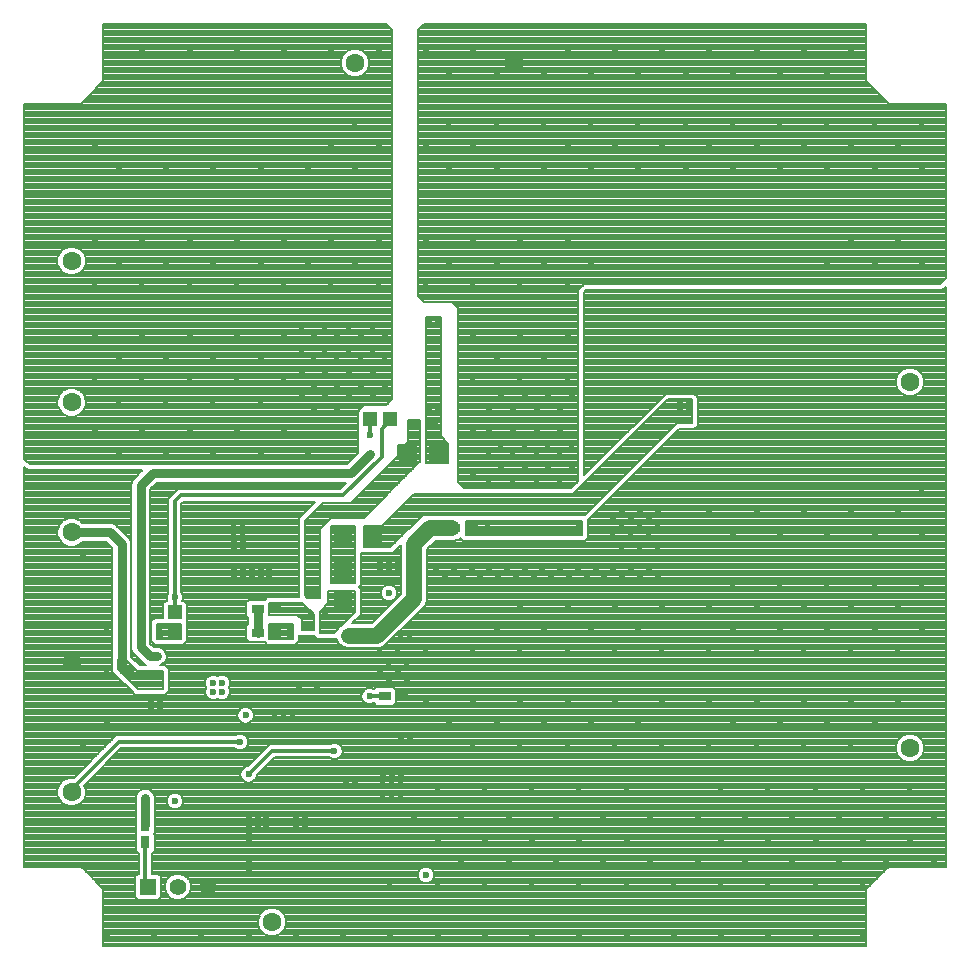
<source format=gbl>
G75*
G70*
%OFA0B0*%
%FSLAX24Y24*%
%IPPOS*%
%LPD*%
%AMOC8*
5,1,8,0,0,1.08239X$1,22.5*
%
%ADD10C,0.0630*%
%ADD11R,0.0551X0.0551*%
%ADD12C,0.0551*%
%ADD13R,0.0315X0.0433*%
%ADD14R,0.0472X0.0472*%
%ADD15R,0.0433X0.0315*%
%ADD16R,0.0630X0.0630*%
%ADD17C,0.0236*%
%ADD18C,0.0079*%
%ADD19C,0.0118*%
%ADD20C,0.0315*%
%ADD21C,0.0531*%
D10*
X001969Y005512D03*
X001969Y009843D03*
X001969Y014173D03*
X001969Y018504D03*
X001969Y023228D03*
X011417Y029823D03*
X016732Y029823D03*
X029921Y019193D03*
X029921Y006988D03*
X008661Y001181D03*
D11*
X004512Y002362D03*
D12*
X005512Y002362D03*
X006512Y002362D03*
D13*
X004429Y003839D03*
X004429Y004429D03*
D14*
X005413Y010837D03*
X005413Y011506D03*
X011919Y017963D03*
X012589Y017963D03*
D15*
X013386Y017766D03*
X013976Y017766D03*
X014715Y014321D03*
X015305Y014321D03*
X012992Y008711D03*
X012402Y008711D03*
X008760Y010827D03*
X008169Y010827D03*
X008169Y011614D03*
X008760Y011614D03*
D16*
X011024Y011890D03*
X011024Y012913D03*
X011004Y014075D03*
X012028Y014075D03*
X013169Y016781D03*
X014193Y016781D03*
D17*
X015354Y016043D03*
X015896Y015945D03*
X016289Y016339D03*
X015896Y016732D03*
X016289Y017126D03*
X015896Y017520D03*
X016289Y017913D03*
X016683Y017520D03*
X017077Y017913D03*
X017470Y017520D03*
X017077Y017126D03*
X017470Y016732D03*
X017077Y016339D03*
X016683Y016732D03*
X016683Y015945D03*
X017470Y015945D03*
X017864Y016339D03*
X018258Y016732D03*
X018652Y016339D03*
X018258Y015945D03*
X018652Y017126D03*
X018258Y017520D03*
X018652Y017913D03*
X018258Y018307D03*
X018652Y018701D03*
X018504Y019193D03*
X017864Y018701D03*
X017470Y018307D03*
X017077Y018701D03*
X016929Y019193D03*
X016289Y018701D03*
X015896Y018307D03*
X016683Y018307D03*
X017864Y017913D03*
X017864Y017126D03*
X020030Y015207D03*
X020325Y014911D03*
X020620Y014616D03*
X020325Y014321D03*
X020620Y014026D03*
X020915Y014321D03*
X021211Y014616D03*
X021506Y014321D03*
X021211Y014026D03*
X021506Y013730D03*
X020915Y013730D03*
X020325Y013730D03*
X020030Y014026D03*
X020030Y014616D03*
X020620Y015207D03*
X020915Y014911D03*
X021211Y015207D03*
X021506Y014911D03*
X023228Y014862D03*
X024016Y014075D03*
X024803Y014862D03*
X025591Y014075D03*
X026378Y014862D03*
X027165Y014075D03*
X027953Y014862D03*
X028740Y014075D03*
X029528Y014862D03*
X030315Y014075D03*
X029528Y013287D03*
X030315Y012500D03*
X029528Y011713D03*
X030315Y010925D03*
X029528Y010138D03*
X030315Y009350D03*
X029528Y008563D03*
X028740Y009350D03*
X027953Y008563D03*
X028740Y007776D03*
X027953Y006988D03*
X027165Y007776D03*
X026378Y008563D03*
X027165Y009350D03*
X026378Y010138D03*
X027165Y010925D03*
X026378Y011713D03*
X027165Y012500D03*
X026378Y013287D03*
X025591Y012500D03*
X024803Y011713D03*
X024016Y012500D03*
X024803Y013287D03*
X023228Y013287D03*
X023228Y011713D03*
X024016Y010925D03*
X024803Y010138D03*
X025591Y010925D03*
X025591Y009350D03*
X024803Y008563D03*
X024016Y009350D03*
X023228Y008563D03*
X024016Y007776D03*
X024803Y006988D03*
X025591Y007776D03*
X026378Y006988D03*
X026772Y005512D03*
X027559Y004724D03*
X028346Y005512D03*
X029134Y004724D03*
X029921Y005512D03*
X030709Y004724D03*
X029921Y003937D03*
X029134Y003150D03*
X028346Y003937D03*
X027559Y003150D03*
X026772Y003937D03*
X025984Y003150D03*
X025197Y003937D03*
X024409Y003150D03*
X023622Y003937D03*
X022835Y003150D03*
X023622Y002362D03*
X022835Y001575D03*
X023622Y000787D03*
X024409Y001575D03*
X025197Y002362D03*
X025984Y001575D03*
X025197Y000787D03*
X026772Y000787D03*
X027559Y001575D03*
X026772Y002362D03*
X028346Y002362D03*
X028346Y000787D03*
X030709Y003150D03*
X025984Y004724D03*
X025197Y005512D03*
X024409Y004724D03*
X023622Y005512D03*
X022835Y004724D03*
X021260Y004724D03*
X020472Y005512D03*
X019685Y004724D03*
X018898Y005512D03*
X018110Y004724D03*
X017323Y005512D03*
X016535Y004724D03*
X015748Y005512D03*
X014961Y004724D03*
X014173Y005512D03*
X013386Y004724D03*
X012943Y005463D03*
X012943Y005758D03*
X012943Y006053D03*
X012648Y006053D03*
X012648Y005758D03*
X012648Y005463D03*
X012352Y005463D03*
X012352Y005758D03*
X012352Y006053D03*
X011417Y005807D03*
X011122Y005807D03*
X010728Y006890D03*
X009350Y007677D03*
X009055Y007677D03*
X008760Y007677D03*
X008760Y007972D03*
X009055Y007972D03*
X009350Y007972D03*
X009547Y009055D03*
X010138Y009055D03*
X010138Y009646D03*
X009547Y009646D03*
X009252Y010728D03*
X009252Y011024D03*
X009941Y011122D03*
X009941Y011417D03*
X010433Y011417D03*
X010433Y011122D03*
X011073Y010728D03*
X011368Y010728D03*
X012254Y010138D03*
X012549Y009843D03*
X012844Y010138D03*
X013140Y009843D03*
X012844Y009547D03*
X012549Y009252D03*
X012254Y009547D03*
X011909Y008711D03*
X013140Y009252D03*
X013780Y008563D03*
X014567Y009350D03*
X015354Y008563D03*
X014567Y007776D03*
X015354Y006988D03*
X016142Y007776D03*
X016929Y008563D03*
X016142Y009350D03*
X016929Y010138D03*
X016142Y010925D03*
X016929Y011713D03*
X017717Y010925D03*
X018504Y010138D03*
X019291Y010925D03*
X018504Y011713D03*
X018553Y012697D03*
X018258Y012992D03*
X017963Y012697D03*
X017667Y012992D03*
X017372Y012697D03*
X017077Y012992D03*
X016781Y012697D03*
X016486Y012992D03*
X016191Y012697D03*
X015896Y012992D03*
X015600Y012697D03*
X015305Y012992D03*
X015010Y012697D03*
X014715Y012992D03*
X014419Y012697D03*
X014124Y012992D03*
X012844Y012894D03*
X012549Y012894D03*
X012549Y013189D03*
X012254Y013189D03*
X012254Y012894D03*
X012844Y013189D03*
X012549Y012156D03*
X012943Y010630D03*
X013238Y010630D03*
X013780Y010138D03*
X015354Y010138D03*
X017717Y009350D03*
X018504Y008563D03*
X019291Y009350D03*
X020079Y008563D03*
X020866Y009350D03*
X021654Y008563D03*
X020866Y007776D03*
X020079Y006988D03*
X019291Y007776D03*
X018504Y006988D03*
X017717Y007776D03*
X016929Y006988D03*
X020079Y010138D03*
X020866Y010925D03*
X021654Y010138D03*
X023228Y010138D03*
X021654Y011713D03*
X021506Y012697D03*
X021211Y012992D03*
X020915Y012697D03*
X020620Y012992D03*
X020325Y012697D03*
X020030Y012992D03*
X019734Y012697D03*
X019439Y012992D03*
X019144Y012697D03*
X018848Y012992D03*
X018898Y014173D03*
X018898Y014469D03*
X015846Y014469D03*
X015846Y014173D03*
X015354Y017618D03*
X014173Y018258D03*
X013878Y018258D03*
X015354Y019193D03*
X016142Y019980D03*
X016929Y020768D03*
X016142Y021555D03*
X016929Y022343D03*
X016142Y023130D03*
X016929Y023917D03*
X017717Y023130D03*
X018504Y023917D03*
X019291Y023130D03*
X018504Y022343D03*
X017717Y021555D03*
X018504Y020768D03*
X017717Y019980D03*
X015354Y020768D03*
X014173Y021211D03*
X013878Y021211D03*
X013780Y022343D03*
X014567Y023130D03*
X015354Y023917D03*
X014567Y024705D03*
X015354Y025492D03*
X014567Y026280D03*
X015354Y027067D03*
X016142Y026280D03*
X016929Y025492D03*
X016142Y024705D03*
X017717Y024705D03*
X018504Y025492D03*
X019291Y024705D03*
X019291Y026280D03*
X018504Y027067D03*
X017717Y026280D03*
X017717Y027854D03*
X018504Y028642D03*
X019291Y029429D03*
X018504Y030217D03*
X017717Y029429D03*
X016929Y028642D03*
X016142Y029429D03*
X015354Y028642D03*
X014567Y029429D03*
X013780Y028642D03*
X014567Y027854D03*
X013780Y027067D03*
X013780Y025492D03*
X013780Y023917D03*
X012205Y023917D03*
X011417Y023130D03*
X010630Y023917D03*
X009843Y023130D03*
X010630Y022343D03*
X011417Y021555D03*
X011220Y021063D03*
X010827Y020669D03*
X011220Y020276D03*
X010827Y019882D03*
X011220Y019488D03*
X010827Y019094D03*
X011220Y018701D03*
X010827Y018307D03*
X010433Y018701D03*
X010039Y019094D03*
X009646Y018701D03*
X010039Y018307D03*
X009055Y017618D03*
X008268Y016831D03*
X007480Y017618D03*
X006693Y016831D03*
X005906Y017618D03*
X006693Y018406D03*
X007480Y019193D03*
X006693Y019980D03*
X005906Y019193D03*
X005118Y019980D03*
X004331Y019193D03*
X005118Y018406D03*
X004331Y017618D03*
X005118Y016831D03*
X003543Y016831D03*
X002756Y017618D03*
X003543Y018406D03*
X002756Y019193D03*
X003543Y019980D03*
X002756Y020768D03*
X003543Y021555D03*
X002756Y022343D03*
X003543Y023130D03*
X002756Y023917D03*
X003543Y024705D03*
X002756Y025492D03*
X003543Y026280D03*
X002756Y027067D03*
X004331Y025492D03*
X005118Y024705D03*
X005906Y025492D03*
X006693Y024705D03*
X007480Y025492D03*
X006693Y026280D03*
X008268Y026280D03*
X009055Y025492D03*
X008268Y024705D03*
X009055Y023917D03*
X008268Y023130D03*
X009055Y022343D03*
X008268Y021555D03*
X009055Y020768D03*
X009646Y021063D03*
X010039Y020669D03*
X009646Y020276D03*
X010039Y019882D03*
X009646Y019488D03*
X009055Y019193D03*
X008268Y019980D03*
X007480Y020768D03*
X006693Y021555D03*
X005906Y020768D03*
X005118Y021555D03*
X004331Y020768D03*
X004331Y022343D03*
X005118Y023130D03*
X004331Y023917D03*
X005906Y023917D03*
X006693Y023130D03*
X007480Y023917D03*
X007480Y022343D03*
X005906Y022343D03*
X009843Y021555D03*
X010433Y021063D03*
X010433Y020276D03*
X010433Y019488D03*
X011614Y019094D03*
X012008Y018701D03*
X012402Y019094D03*
X012008Y019488D03*
X012402Y019882D03*
X012008Y020276D03*
X012402Y020669D03*
X012008Y021063D03*
X011614Y020669D03*
X011614Y019882D03*
X011929Y017421D03*
X011929Y016791D03*
X009843Y016831D03*
X008268Y018406D03*
X007677Y014469D03*
X007382Y014469D03*
X007382Y014173D03*
X007382Y013878D03*
X007677Y013878D03*
X007677Y014173D03*
X007677Y013583D03*
X007382Y013583D03*
X007382Y013287D03*
X007382Y012992D03*
X007382Y012697D03*
X007677Y012697D03*
X007677Y012992D03*
X007677Y013287D03*
X007972Y013287D03*
X007972Y012992D03*
X007972Y012697D03*
X008268Y012697D03*
X008563Y012697D03*
X008563Y012992D03*
X008268Y012992D03*
X008268Y013287D03*
X008563Y013287D03*
X009843Y012106D03*
X010138Y012106D03*
X006988Y009154D03*
X006693Y009154D03*
X006693Y008858D03*
X006988Y008858D03*
X007776Y008071D03*
X007579Y007185D03*
X007874Y006102D03*
X007874Y004724D03*
X007874Y004429D03*
X007874Y004134D03*
X007874Y003839D03*
X007874Y003543D03*
X007874Y003248D03*
X007874Y002953D03*
X008169Y004429D03*
X008169Y004724D03*
X008465Y004724D03*
X008465Y004429D03*
X009449Y004429D03*
X009744Y004429D03*
X009744Y004724D03*
X009449Y004724D03*
X009449Y005020D03*
X009744Y005020D03*
X012598Y002362D03*
X011811Y001575D03*
X011024Y000787D03*
X010236Y001575D03*
X009449Y000787D03*
X007874Y000787D03*
X006299Y000787D03*
X004724Y000787D03*
X003150Y000787D03*
X004429Y005020D03*
X004429Y005315D03*
X005413Y005217D03*
X003150Y007874D03*
X002362Y007087D03*
X002362Y008661D03*
X003150Y009449D03*
X004626Y009400D03*
X004921Y009400D03*
X004921Y009104D03*
X004626Y009104D03*
X004626Y008563D03*
X004921Y008563D03*
X004921Y008268D03*
X004626Y008268D03*
X004823Y010039D03*
X004921Y010728D03*
X004921Y011024D03*
X005413Y012008D03*
X003150Y012598D03*
X002362Y011811D03*
X003150Y011024D03*
X002362Y013386D03*
X012205Y022343D03*
X011417Y024705D03*
X010630Y025492D03*
X009843Y024705D03*
X009843Y026280D03*
X010630Y027067D03*
X011417Y026280D03*
X012205Y027067D03*
X011417Y027854D03*
X012205Y028642D03*
X012205Y030217D03*
X013780Y030217D03*
X015354Y030217D03*
X016142Y027854D03*
X019291Y027854D03*
X020079Y028642D03*
X020866Y029429D03*
X020079Y030217D03*
X021654Y030217D03*
X022441Y029429D03*
X023228Y028642D03*
X022441Y027854D03*
X021654Y028642D03*
X020866Y027854D03*
X020079Y027067D03*
X020866Y026280D03*
X021654Y027067D03*
X022441Y026280D03*
X023228Y027067D03*
X024016Y026280D03*
X024803Y027067D03*
X025591Y026280D03*
X026378Y027067D03*
X027165Y026280D03*
X027953Y027067D03*
X028740Y026280D03*
X029528Y027067D03*
X030315Y026280D03*
X029528Y025492D03*
X030315Y024705D03*
X029528Y023917D03*
X030315Y023130D03*
X028740Y023130D03*
X027953Y023917D03*
X027165Y023130D03*
X027165Y024705D03*
X027953Y025492D03*
X028740Y024705D03*
X028740Y027854D03*
X027953Y028642D03*
X027165Y029429D03*
X026378Y028642D03*
X025591Y029429D03*
X026378Y030217D03*
X027953Y030217D03*
X027165Y027854D03*
X025591Y027854D03*
X024803Y028642D03*
X024016Y029429D03*
X024803Y030217D03*
X023228Y030217D03*
X024016Y027854D03*
X030315Y027854D03*
X022539Y018504D03*
X022244Y018504D03*
X022244Y018209D03*
X022539Y018209D03*
X022539Y017913D03*
X022244Y017913D03*
X026378Y016437D03*
X027953Y013287D03*
X028740Y012500D03*
X027953Y011713D03*
X028740Y010925D03*
X027953Y010138D03*
X023228Y006988D03*
X021654Y006988D03*
X020472Y003937D03*
X019685Y003150D03*
X018898Y003937D03*
X018110Y003150D03*
X017323Y003937D03*
X016535Y003150D03*
X015748Y003937D03*
X014961Y003150D03*
X014173Y003937D03*
X013780Y002756D03*
X014173Y002362D03*
X013386Y001575D03*
X014173Y000787D03*
X014961Y001575D03*
X015748Y002362D03*
X016535Y001575D03*
X015748Y000787D03*
X017323Y000787D03*
X018110Y001575D03*
X017323Y002362D03*
X018898Y002362D03*
X019685Y001575D03*
X020472Y002362D03*
X021260Y001575D03*
X022047Y002362D03*
X021260Y003150D03*
X022047Y000787D03*
X020472Y000787D03*
X018898Y000787D03*
X012598Y000787D03*
X012943Y007283D03*
X013238Y007283D03*
X020079Y011713D03*
X030315Y015650D03*
X015354Y022343D03*
X012205Y025492D03*
X010630Y030217D03*
X009055Y030217D03*
X007480Y030217D03*
X005906Y030217D03*
X004331Y030217D03*
X005118Y026280D03*
D18*
X004079Y002626D02*
X002692Y002626D01*
X002769Y002549D02*
X004079Y002549D01*
X004079Y002472D02*
X002846Y002472D01*
X002923Y002394D02*
X004079Y002394D01*
X004079Y002317D02*
X003001Y002317D01*
X003031Y002286D02*
X002402Y002916D01*
X002286Y003031D01*
X000394Y003031D01*
X000394Y016355D01*
X000509Y016240D01*
X000672Y016240D01*
X004328Y016240D01*
X004103Y016015D01*
X004014Y015926D01*
X003967Y015811D01*
X003967Y010272D01*
X004014Y010156D01*
X004310Y009861D01*
X004398Y009772D01*
X004467Y009744D01*
X004235Y009744D01*
X003957Y010022D01*
X003957Y013842D01*
X003909Y013958D01*
X003426Y014440D01*
X003311Y014488D01*
X002322Y014488D01*
X002236Y014574D01*
X002062Y014646D01*
X001875Y014646D01*
X001701Y014574D01*
X001568Y014441D01*
X001496Y014267D01*
X001496Y014079D01*
X001568Y013906D01*
X001701Y013773D01*
X001875Y013701D01*
X002062Y013701D01*
X002236Y013773D01*
X002322Y013858D01*
X003118Y013858D01*
X003327Y013649D01*
X003327Y009525D01*
X003977Y008875D01*
X004092Y008760D01*
X005101Y008760D01*
X005217Y008875D01*
X005217Y009629D01*
X005101Y009744D01*
X004933Y009744D01*
X005001Y009772D01*
X005090Y009861D01*
X005138Y009977D01*
X005138Y010102D01*
X005090Y010218D01*
X005001Y010306D01*
X004885Y010354D01*
X004707Y010354D01*
X004596Y010465D01*
X004596Y015618D01*
X004806Y015827D01*
X011129Y015827D01*
X010922Y015620D01*
X005521Y015620D01*
X005324Y015423D01*
X005197Y015296D01*
X005197Y012181D01*
X005180Y012164D01*
X005138Y012063D01*
X005138Y011953D01*
X005160Y011900D01*
X005112Y011900D01*
X005020Y011807D01*
X005020Y011319D01*
X004741Y011319D01*
X004626Y011204D01*
X004626Y010548D01*
X004741Y010433D01*
X005692Y010433D01*
X005702Y010443D01*
X005715Y010443D01*
X005807Y010535D01*
X005807Y011204D01*
X005807Y011204D01*
X005807Y011204D01*
X005807Y011807D01*
X005715Y011900D01*
X005667Y011900D01*
X005689Y011953D01*
X005689Y012063D01*
X005647Y012164D01*
X005630Y012181D01*
X005630Y015117D01*
X005700Y015187D01*
X010086Y015187D01*
X009663Y014764D01*
X009547Y014648D01*
X009547Y012008D01*
X008481Y012008D01*
X008403Y011929D01*
X007888Y011929D01*
X007795Y011837D01*
X007795Y011391D01*
X007854Y011332D01*
X007854Y011109D01*
X007795Y011049D01*
X007795Y010604D01*
X007888Y010512D01*
X008403Y010512D01*
X008481Y010433D01*
X009432Y010433D01*
X009547Y010548D01*
X009547Y010745D01*
X009564Y010728D01*
X010056Y010728D01*
X010155Y010630D01*
X010803Y010630D01*
X010862Y010489D01*
X010981Y010370D01*
X011136Y010305D01*
X012240Y010305D01*
X012395Y010370D01*
X013626Y011600D01*
X013745Y011719D01*
X013809Y011874D01*
X013809Y013604D01*
X014102Y013898D01*
X014750Y013898D01*
X014905Y013962D01*
X014924Y013981D01*
X015027Y013878D01*
X019078Y013878D01*
X019193Y013993D01*
X019193Y014584D01*
X022227Y017618D01*
X022719Y017618D01*
X022835Y017733D01*
X022835Y018684D01*
X022719Y018799D01*
X021769Y018799D01*
X019045Y016076D01*
X019045Y022163D01*
X019127Y022244D01*
X030987Y022244D01*
X031102Y022359D01*
X031102Y022359D01*
X031102Y003031D01*
X029210Y003031D01*
X029094Y002916D01*
X028465Y002286D01*
X028465Y000394D01*
X003031Y000394D01*
X003031Y002286D01*
X003031Y002240D02*
X004079Y002240D01*
X004079Y002163D02*
X003031Y002163D01*
X003031Y002085D02*
X004079Y002085D01*
X004079Y002021D02*
X004171Y001929D01*
X004853Y001929D01*
X004945Y002021D01*
X004945Y002703D01*
X004853Y002795D01*
X004646Y002795D01*
X004646Y003465D01*
X004652Y003465D01*
X004744Y003557D01*
X004744Y004120D01*
X004731Y004134D01*
X004744Y004147D01*
X004744Y005378D01*
X004696Y005493D01*
X004608Y005582D01*
X004492Y005630D01*
X004366Y005630D01*
X004251Y005582D01*
X004162Y005493D01*
X004114Y005378D01*
X004114Y004147D01*
X004128Y004134D01*
X004114Y004120D01*
X004114Y003557D01*
X004206Y003465D01*
X004213Y003465D01*
X004213Y002795D01*
X004171Y002795D01*
X004079Y002703D01*
X004079Y002021D01*
X004092Y002008D02*
X003031Y002008D01*
X003031Y001931D02*
X004169Y001931D01*
X004855Y001931D02*
X005421Y001931D01*
X005426Y001929D02*
X005598Y001929D01*
X005757Y001995D01*
X005879Y002117D01*
X005945Y002276D01*
X005945Y002448D01*
X005879Y002608D01*
X005757Y002729D01*
X005598Y002795D01*
X005426Y002795D01*
X005266Y002729D01*
X005145Y002608D01*
X005079Y002448D01*
X005079Y002276D01*
X005145Y002117D01*
X005266Y001995D01*
X005426Y001929D01*
X005602Y001931D02*
X028465Y001931D01*
X028465Y001854D02*
X003031Y001854D01*
X003031Y001777D02*
X028465Y001777D01*
X028465Y001699D02*
X003031Y001699D01*
X003031Y001622D02*
X008491Y001622D01*
X008567Y001654D02*
X008394Y001582D01*
X008261Y001449D01*
X008189Y001275D01*
X008189Y001087D01*
X008261Y000913D01*
X008394Y000781D01*
X008567Y000709D01*
X008755Y000709D01*
X008929Y000781D01*
X009062Y000913D01*
X009134Y001087D01*
X009134Y001275D01*
X009062Y001449D01*
X008929Y001582D01*
X008755Y001654D01*
X008567Y001654D01*
X008357Y001545D02*
X003031Y001545D01*
X003031Y001468D02*
X008280Y001468D01*
X008237Y001390D02*
X003031Y001390D01*
X003031Y001313D02*
X008205Y001313D01*
X008189Y001236D02*
X003031Y001236D01*
X003031Y001159D02*
X008189Y001159D01*
X008191Y001081D02*
X003031Y001081D01*
X003031Y001004D02*
X008223Y001004D01*
X008255Y000927D02*
X003031Y000927D01*
X003031Y000850D02*
X008325Y000850D01*
X008414Y000772D02*
X003031Y000772D01*
X003031Y000695D02*
X028465Y000695D01*
X028465Y000618D02*
X003031Y000618D01*
X003031Y000541D02*
X028465Y000541D01*
X028465Y000463D02*
X003031Y000463D01*
X004932Y002008D02*
X005253Y002008D01*
X005176Y002085D02*
X004945Y002085D01*
X004945Y002163D02*
X005126Y002163D01*
X005094Y002240D02*
X004945Y002240D01*
X004945Y002317D02*
X005079Y002317D01*
X005079Y002394D02*
X004945Y002394D01*
X004945Y002472D02*
X005088Y002472D01*
X005120Y002549D02*
X004945Y002549D01*
X004945Y002626D02*
X005163Y002626D01*
X005241Y002703D02*
X004944Y002703D01*
X004867Y002781D02*
X005390Y002781D01*
X005633Y002781D02*
X013504Y002781D01*
X013504Y002811D02*
X013504Y002701D01*
X013546Y002600D01*
X013623Y002522D01*
X013725Y002480D01*
X013834Y002480D01*
X013936Y002522D01*
X014013Y002600D01*
X014055Y002701D01*
X014055Y002811D01*
X014013Y002912D01*
X013936Y002990D01*
X013834Y003031D01*
X013725Y003031D01*
X013623Y002990D01*
X013546Y002912D01*
X013504Y002811D01*
X013523Y002858D02*
X004646Y002858D01*
X004646Y002935D02*
X013569Y002935D01*
X013679Y003012D02*
X004646Y003012D01*
X004646Y003090D02*
X031102Y003090D01*
X031102Y003167D02*
X004646Y003167D01*
X004646Y003244D02*
X031102Y003244D01*
X031102Y003321D02*
X004646Y003321D01*
X004646Y003399D02*
X031102Y003399D01*
X031102Y003476D02*
X004663Y003476D01*
X004740Y003553D02*
X031102Y003553D01*
X031102Y003630D02*
X004744Y003630D01*
X004744Y003708D02*
X031102Y003708D01*
X031102Y003785D02*
X004744Y003785D01*
X004744Y003862D02*
X031102Y003862D01*
X031102Y003939D02*
X004744Y003939D01*
X004744Y004017D02*
X031102Y004017D01*
X031102Y004094D02*
X004744Y004094D01*
X004744Y004171D02*
X031102Y004171D01*
X031102Y004248D02*
X004744Y004248D01*
X004744Y004325D02*
X031102Y004325D01*
X031102Y004403D02*
X004744Y004403D01*
X004744Y004480D02*
X031102Y004480D01*
X031102Y004557D02*
X004744Y004557D01*
X004744Y004634D02*
X031102Y004634D01*
X031102Y004712D02*
X004744Y004712D01*
X004744Y004789D02*
X031102Y004789D01*
X031102Y004866D02*
X004744Y004866D01*
X004744Y004943D02*
X005353Y004943D01*
X005359Y004941D02*
X005468Y004941D01*
X005569Y004983D01*
X005647Y005060D01*
X005689Y005162D01*
X005689Y005271D01*
X005647Y005373D01*
X005569Y005450D01*
X005468Y005492D01*
X005359Y005492D01*
X005257Y005450D01*
X005180Y005373D01*
X005138Y005271D01*
X005138Y005162D01*
X005180Y005060D01*
X005257Y004983D01*
X005359Y004941D01*
X005474Y004943D02*
X031102Y004943D01*
X031102Y005021D02*
X005607Y005021D01*
X005663Y005098D02*
X031102Y005098D01*
X031102Y005175D02*
X005689Y005175D01*
X005689Y005252D02*
X031102Y005252D01*
X031102Y005330D02*
X005665Y005330D01*
X005613Y005407D02*
X031102Y005407D01*
X031102Y005484D02*
X005488Y005484D01*
X005339Y005484D02*
X004700Y005484D01*
X004732Y005407D02*
X005214Y005407D01*
X005162Y005330D02*
X004744Y005330D01*
X004744Y005252D02*
X005138Y005252D01*
X005138Y005175D02*
X004744Y005175D01*
X004744Y005098D02*
X005164Y005098D01*
X005220Y005021D02*
X004744Y005021D01*
X004114Y005021D02*
X000394Y005021D01*
X000394Y005098D02*
X001733Y005098D01*
X001701Y005111D02*
X001875Y005039D01*
X002062Y005039D01*
X002236Y005111D01*
X002369Y005244D01*
X002441Y005418D01*
X002441Y005606D01*
X002391Y005726D01*
X003633Y006969D01*
X007406Y006969D01*
X007423Y006951D01*
X007524Y006909D01*
X007634Y006909D01*
X007735Y006951D01*
X007812Y007029D01*
X008494Y007029D01*
X008445Y006979D02*
X007843Y006378D01*
X007819Y006378D01*
X007718Y006336D01*
X007640Y006258D01*
X007598Y006157D01*
X007598Y006048D01*
X007640Y005946D01*
X007718Y005869D01*
X007819Y005827D01*
X007929Y005827D01*
X008030Y005869D01*
X008108Y005946D01*
X008150Y006048D01*
X008150Y006072D01*
X008751Y006673D01*
X010555Y006673D01*
X010572Y006656D01*
X010674Y006614D01*
X010783Y006614D01*
X010884Y006656D01*
X010962Y006734D01*
X011004Y006835D01*
X011004Y006945D01*
X010962Y007046D01*
X010884Y007123D01*
X010783Y007165D01*
X010674Y007165D01*
X010572Y007123D01*
X010555Y007106D01*
X008572Y007106D01*
X008445Y006979D01*
X008417Y006952D02*
X007735Y006952D01*
X007812Y007029D02*
X007854Y007130D01*
X007854Y007240D01*
X007812Y007341D01*
X007735Y007419D01*
X007634Y007461D01*
X007524Y007461D01*
X007423Y007419D01*
X007406Y007402D01*
X003454Y007402D01*
X002036Y005984D01*
X001875Y005984D01*
X001701Y005912D01*
X001568Y005779D01*
X001496Y005606D01*
X001496Y005418D01*
X001568Y005244D01*
X001701Y005111D01*
X001637Y005175D02*
X000394Y005175D01*
X000394Y005252D02*
X001565Y005252D01*
X001533Y005330D02*
X000394Y005330D01*
X000394Y005407D02*
X001501Y005407D01*
X001496Y005484D02*
X000394Y005484D01*
X000394Y005561D02*
X001496Y005561D01*
X001510Y005639D02*
X000394Y005639D01*
X000394Y005716D02*
X001542Y005716D01*
X001582Y005793D02*
X000394Y005793D01*
X000394Y005870D02*
X001659Y005870D01*
X001786Y005948D02*
X000394Y005948D01*
X000394Y006025D02*
X002077Y006025D01*
X002154Y006102D02*
X000394Y006102D01*
X000394Y006179D02*
X002231Y006179D01*
X002309Y006256D02*
X000394Y006256D01*
X000394Y006334D02*
X002386Y006334D01*
X002463Y006411D02*
X000394Y006411D01*
X000394Y006488D02*
X002540Y006488D01*
X002617Y006565D02*
X000394Y006565D01*
X000394Y006643D02*
X002695Y006643D01*
X002772Y006720D02*
X000394Y006720D01*
X000394Y006797D02*
X002849Y006797D01*
X002926Y006874D02*
X000394Y006874D01*
X000394Y006952D02*
X003004Y006952D01*
X003081Y007029D02*
X000394Y007029D01*
X000394Y007106D02*
X003158Y007106D01*
X003235Y007183D02*
X000394Y007183D01*
X000394Y007261D02*
X003313Y007261D01*
X003390Y007338D02*
X000394Y007338D01*
X000394Y007415D02*
X007419Y007415D01*
X007738Y007415D02*
X029717Y007415D01*
X029654Y007389D02*
X029521Y007256D01*
X029449Y007082D01*
X029449Y006894D01*
X029521Y006721D01*
X029654Y006588D01*
X029827Y006516D01*
X030015Y006516D01*
X030189Y006588D01*
X030322Y006721D01*
X030394Y006894D01*
X030394Y007082D01*
X030322Y007256D01*
X030189Y007389D01*
X030015Y007461D01*
X029827Y007461D01*
X029654Y007389D01*
X029603Y007338D02*
X007814Y007338D01*
X007846Y007261D02*
X029526Y007261D01*
X029491Y007183D02*
X007854Y007183D01*
X007844Y007106D02*
X008572Y007106D01*
X008340Y006874D02*
X003539Y006874D01*
X003462Y006797D02*
X008263Y006797D01*
X008185Y006720D02*
X003384Y006720D01*
X003307Y006643D02*
X008108Y006643D01*
X008031Y006565D02*
X003230Y006565D01*
X003153Y006488D02*
X007954Y006488D01*
X007876Y006411D02*
X003075Y006411D01*
X002998Y006334D02*
X007716Y006334D01*
X007640Y006256D02*
X002921Y006256D01*
X002844Y006179D02*
X007608Y006179D01*
X007598Y006102D02*
X002766Y006102D01*
X002689Y006025D02*
X007608Y006025D01*
X007640Y005948D02*
X002612Y005948D01*
X002535Y005870D02*
X007716Y005870D01*
X008032Y005870D02*
X031102Y005870D01*
X031102Y005793D02*
X002458Y005793D01*
X002395Y005716D02*
X031102Y005716D01*
X031102Y005639D02*
X002427Y005639D01*
X002441Y005561D02*
X004230Y005561D01*
X004158Y005484D02*
X002441Y005484D01*
X002436Y005407D02*
X004126Y005407D01*
X004114Y005330D02*
X002404Y005330D01*
X002372Y005252D02*
X004114Y005252D01*
X004114Y005175D02*
X002300Y005175D01*
X002204Y005098D02*
X004114Y005098D01*
X004114Y004943D02*
X000394Y004943D01*
X000394Y004866D02*
X004114Y004866D01*
X004114Y004789D02*
X000394Y004789D01*
X000394Y004712D02*
X004114Y004712D01*
X004114Y004634D02*
X000394Y004634D01*
X000394Y004557D02*
X004114Y004557D01*
X004114Y004480D02*
X000394Y004480D01*
X000394Y004403D02*
X004114Y004403D01*
X004114Y004325D02*
X000394Y004325D01*
X000394Y004248D02*
X004114Y004248D01*
X004114Y004171D02*
X000394Y004171D01*
X000394Y004094D02*
X004114Y004094D01*
X004114Y004017D02*
X000394Y004017D01*
X000394Y003939D02*
X004114Y003939D01*
X004114Y003862D02*
X000394Y003862D01*
X000394Y003785D02*
X004114Y003785D01*
X004114Y003708D02*
X000394Y003708D01*
X000394Y003630D02*
X004114Y003630D01*
X004118Y003553D02*
X000394Y003553D01*
X000394Y003476D02*
X004195Y003476D01*
X004213Y003399D02*
X000394Y003399D01*
X000394Y003321D02*
X004213Y003321D01*
X004213Y003244D02*
X000394Y003244D01*
X000394Y003167D02*
X004213Y003167D01*
X004213Y003090D02*
X000394Y003090D01*
X002305Y003012D02*
X004213Y003012D01*
X004213Y002935D02*
X002383Y002935D01*
X002460Y002858D02*
X004213Y002858D01*
X004156Y002781D02*
X002537Y002781D01*
X002614Y002703D02*
X004079Y002703D01*
X005783Y002703D02*
X013504Y002703D01*
X013535Y002626D02*
X005860Y002626D01*
X005903Y002549D02*
X013597Y002549D01*
X013962Y002549D02*
X028727Y002549D01*
X028650Y002472D02*
X005935Y002472D01*
X005945Y002394D02*
X028573Y002394D01*
X028496Y002317D02*
X005945Y002317D01*
X005930Y002240D02*
X028465Y002240D01*
X028465Y002163D02*
X005898Y002163D01*
X005848Y002085D02*
X028465Y002085D01*
X028465Y002008D02*
X005770Y002008D01*
X008831Y001622D02*
X028465Y001622D01*
X028465Y001545D02*
X008966Y001545D01*
X009043Y001468D02*
X028465Y001468D01*
X028465Y001390D02*
X009086Y001390D01*
X009118Y001313D02*
X028465Y001313D01*
X028465Y001236D02*
X009134Y001236D01*
X009134Y001159D02*
X028465Y001159D01*
X028465Y001081D02*
X009131Y001081D01*
X009099Y001004D02*
X028465Y001004D01*
X028465Y000927D02*
X009067Y000927D01*
X008998Y000850D02*
X028465Y000850D01*
X028465Y000772D02*
X008909Y000772D01*
X014024Y002626D02*
X028804Y002626D01*
X028882Y002703D02*
X014055Y002703D01*
X014055Y002781D02*
X028959Y002781D01*
X029036Y002858D02*
X014036Y002858D01*
X013990Y002935D02*
X029113Y002935D01*
X029191Y003012D02*
X013881Y003012D01*
X010948Y006720D02*
X029521Y006720D01*
X029489Y006797D02*
X010988Y006797D01*
X011004Y006874D02*
X029457Y006874D01*
X029449Y006952D02*
X011001Y006952D01*
X010969Y007029D02*
X029449Y007029D01*
X029459Y007106D02*
X010902Y007106D01*
X010852Y006643D02*
X029599Y006643D01*
X029707Y006565D02*
X008643Y006565D01*
X008566Y006488D02*
X031102Y006488D01*
X031102Y006411D02*
X008489Y006411D01*
X008412Y006334D02*
X031102Y006334D01*
X031102Y006256D02*
X008334Y006256D01*
X008257Y006179D02*
X031102Y006179D01*
X031102Y006102D02*
X008180Y006102D01*
X008140Y006025D02*
X031102Y006025D01*
X031102Y005948D02*
X008108Y005948D01*
X008721Y006643D02*
X010605Y006643D01*
X011753Y008477D02*
X011855Y008435D01*
X011964Y008435D01*
X012046Y008469D01*
X012120Y008396D01*
X012683Y008396D01*
X012776Y008488D01*
X012776Y008933D01*
X012683Y009026D01*
X012120Y009026D01*
X012046Y008952D01*
X011964Y008986D01*
X011855Y008986D01*
X011753Y008944D01*
X011676Y008867D01*
X011634Y008765D01*
X011634Y008656D01*
X011676Y008555D01*
X011753Y008477D01*
X011734Y008496D02*
X000394Y008496D01*
X000394Y008419D02*
X012096Y008419D01*
X011668Y008574D02*
X000394Y008574D01*
X000394Y008651D02*
X006511Y008651D01*
X006537Y008625D02*
X006638Y008583D01*
X006748Y008583D01*
X006841Y008621D01*
X006933Y008583D01*
X007043Y008583D01*
X007144Y008625D01*
X007222Y008702D01*
X007264Y008803D01*
X007264Y008913D01*
X007225Y009006D01*
X007264Y009099D01*
X007264Y009208D01*
X007222Y009310D01*
X007144Y009387D01*
X007043Y009429D01*
X006933Y009429D01*
X006841Y009391D01*
X006748Y009429D01*
X006638Y009429D01*
X006537Y009387D01*
X006459Y009310D01*
X006417Y009208D01*
X006417Y009099D01*
X006456Y009006D01*
X006417Y008913D01*
X006417Y008803D01*
X006459Y008702D01*
X006537Y008625D01*
X006449Y008728D02*
X000394Y008728D01*
X000394Y008805D02*
X004046Y008805D01*
X003969Y008883D02*
X000394Y008883D01*
X000394Y008960D02*
X003892Y008960D01*
X003815Y009037D02*
X000394Y009037D01*
X000394Y009114D02*
X003737Y009114D01*
X003660Y009192D02*
X000394Y009192D01*
X000394Y009269D02*
X003583Y009269D01*
X003506Y009346D02*
X000394Y009346D01*
X000394Y009423D02*
X003429Y009423D01*
X003351Y009501D02*
X000394Y009501D01*
X000394Y009578D02*
X003327Y009578D01*
X003327Y009655D02*
X000394Y009655D01*
X000394Y009732D02*
X003327Y009732D01*
X003327Y009810D02*
X000394Y009810D01*
X000394Y009887D02*
X003327Y009887D01*
X003327Y009964D02*
X000394Y009964D01*
X000394Y010041D02*
X003327Y010041D01*
X003327Y010118D02*
X000394Y010118D01*
X000394Y010196D02*
X003327Y010196D01*
X003327Y010273D02*
X000394Y010273D01*
X000394Y010350D02*
X003327Y010350D01*
X003327Y010427D02*
X000394Y010427D01*
X000394Y010505D02*
X003327Y010505D01*
X003327Y010582D02*
X000394Y010582D01*
X000394Y010659D02*
X003327Y010659D01*
X003327Y010736D02*
X000394Y010736D01*
X000394Y010814D02*
X003327Y010814D01*
X003327Y010891D02*
X000394Y010891D01*
X000394Y010968D02*
X003327Y010968D01*
X003327Y011045D02*
X000394Y011045D01*
X000394Y011123D02*
X003327Y011123D01*
X003327Y011200D02*
X000394Y011200D01*
X000394Y011277D02*
X003327Y011277D01*
X003327Y011354D02*
X000394Y011354D01*
X000394Y011432D02*
X003327Y011432D01*
X003327Y011509D02*
X000394Y011509D01*
X000394Y011586D02*
X003327Y011586D01*
X003327Y011663D02*
X000394Y011663D01*
X000394Y011741D02*
X003327Y011741D01*
X003327Y011818D02*
X000394Y011818D01*
X000394Y011895D02*
X003327Y011895D01*
X003327Y011972D02*
X000394Y011972D01*
X000394Y012050D02*
X003327Y012050D01*
X003327Y012127D02*
X000394Y012127D01*
X000394Y012204D02*
X003327Y012204D01*
X003327Y012281D02*
X000394Y012281D01*
X000394Y012358D02*
X003327Y012358D01*
X003327Y012436D02*
X000394Y012436D01*
X000394Y012513D02*
X003327Y012513D01*
X003327Y012590D02*
X000394Y012590D01*
X000394Y012667D02*
X003327Y012667D01*
X003327Y012745D02*
X000394Y012745D01*
X000394Y012822D02*
X003327Y012822D01*
X003327Y012899D02*
X000394Y012899D01*
X000394Y012976D02*
X003327Y012976D01*
X003327Y013054D02*
X000394Y013054D01*
X000394Y013131D02*
X003327Y013131D01*
X003327Y013208D02*
X000394Y013208D01*
X000394Y013285D02*
X003327Y013285D01*
X003327Y013363D02*
X000394Y013363D01*
X000394Y013440D02*
X003327Y013440D01*
X003327Y013517D02*
X000394Y013517D01*
X000394Y013594D02*
X003327Y013594D01*
X003304Y013672D02*
X000394Y013672D01*
X000394Y013749D02*
X001759Y013749D01*
X001648Y013826D02*
X000394Y013826D01*
X000394Y013903D02*
X001570Y013903D01*
X001537Y013981D02*
X000394Y013981D01*
X000394Y014058D02*
X001505Y014058D01*
X001496Y014135D02*
X000394Y014135D01*
X000394Y014212D02*
X001496Y014212D01*
X001505Y014289D02*
X000394Y014289D01*
X000394Y014367D02*
X001537Y014367D01*
X001571Y014444D02*
X000394Y014444D01*
X000394Y014521D02*
X001648Y014521D01*
X001761Y014598D02*
X000394Y014598D01*
X000394Y014676D02*
X003967Y014676D01*
X003967Y014753D02*
X000394Y014753D01*
X000394Y014830D02*
X003967Y014830D01*
X003967Y014907D02*
X000394Y014907D01*
X000394Y014985D02*
X003967Y014985D01*
X003967Y015062D02*
X000394Y015062D01*
X000394Y015139D02*
X003967Y015139D01*
X003967Y015216D02*
X000394Y015216D01*
X000394Y015294D02*
X003967Y015294D01*
X003967Y015371D02*
X000394Y015371D01*
X000394Y015448D02*
X003967Y015448D01*
X003967Y015525D02*
X000394Y015525D01*
X000394Y015603D02*
X003967Y015603D01*
X003967Y015680D02*
X000394Y015680D01*
X000394Y015757D02*
X003967Y015757D01*
X003976Y015834D02*
X000394Y015834D01*
X000394Y015912D02*
X004008Y015912D01*
X004077Y015989D02*
X000394Y015989D01*
X000394Y016066D02*
X004154Y016066D01*
X004231Y016143D02*
X000394Y016143D01*
X000394Y016220D02*
X004309Y016220D01*
X004565Y016437D02*
X000591Y016437D01*
X000394Y016634D01*
X000394Y028465D01*
X002286Y028465D01*
X002402Y028580D01*
X003031Y029210D01*
X003031Y031102D01*
X012451Y031102D01*
X012648Y030906D01*
X012648Y018602D01*
X012451Y018406D01*
X011713Y018406D01*
X011516Y018209D01*
X011516Y016823D01*
X011149Y016457D01*
X004613Y016457D01*
X004565Y016437D01*
X004602Y016452D02*
X000575Y016452D01*
X000498Y016529D02*
X011222Y016529D01*
X011299Y016607D02*
X000421Y016607D01*
X000394Y016684D02*
X011376Y016684D01*
X011454Y016761D02*
X000394Y016761D01*
X000394Y016838D02*
X011516Y016838D01*
X011516Y016916D02*
X000394Y016916D01*
X000394Y016993D02*
X011516Y016993D01*
X011516Y017070D02*
X000394Y017070D01*
X000394Y017147D02*
X011516Y017147D01*
X011516Y017225D02*
X000394Y017225D01*
X000394Y017302D02*
X011516Y017302D01*
X011516Y017379D02*
X000394Y017379D01*
X000394Y017456D02*
X011516Y017456D01*
X011516Y017534D02*
X000394Y017534D01*
X000394Y017611D02*
X011516Y017611D01*
X011516Y017688D02*
X000394Y017688D01*
X000394Y017765D02*
X011516Y017765D01*
X011516Y017843D02*
X000394Y017843D01*
X000394Y017920D02*
X011516Y017920D01*
X011516Y017997D02*
X000394Y017997D01*
X000394Y018074D02*
X001771Y018074D01*
X001701Y018103D02*
X001875Y018031D01*
X002062Y018031D01*
X002236Y018103D01*
X002369Y018236D01*
X002441Y018410D01*
X002441Y018598D01*
X002369Y018772D01*
X002236Y018904D01*
X002062Y018976D01*
X001875Y018976D01*
X001701Y018904D01*
X001568Y018772D01*
X001496Y018598D01*
X001496Y018410D01*
X001568Y018236D01*
X001701Y018103D01*
X001653Y018151D02*
X000394Y018151D01*
X000394Y018229D02*
X001576Y018229D01*
X001539Y018306D02*
X000394Y018306D01*
X000394Y018383D02*
X001507Y018383D01*
X001496Y018460D02*
X000394Y018460D01*
X000394Y018538D02*
X001496Y018538D01*
X001503Y018615D02*
X000394Y018615D01*
X000394Y018692D02*
X001535Y018692D01*
X001567Y018769D02*
X000394Y018769D01*
X000394Y018847D02*
X001643Y018847D01*
X001748Y018924D02*
X000394Y018924D01*
X000394Y019001D02*
X012648Y019001D01*
X012648Y018924D02*
X002189Y018924D01*
X002294Y018847D02*
X012648Y018847D01*
X012648Y018769D02*
X002370Y018769D01*
X002402Y018692D02*
X012648Y018692D01*
X012648Y018615D02*
X002434Y018615D01*
X002441Y018538D02*
X012583Y018538D01*
X012506Y018460D02*
X002441Y018460D01*
X002430Y018383D02*
X011690Y018383D01*
X011613Y018306D02*
X002398Y018306D01*
X002361Y018229D02*
X011536Y018229D01*
X011516Y018151D02*
X002284Y018151D01*
X002166Y018074D02*
X011516Y018074D01*
X012648Y019078D02*
X000394Y019078D01*
X000394Y019156D02*
X012648Y019156D01*
X012648Y019233D02*
X000394Y019233D01*
X000394Y019310D02*
X012648Y019310D01*
X012648Y019387D02*
X000394Y019387D01*
X000394Y019465D02*
X012648Y019465D01*
X012648Y019542D02*
X000394Y019542D01*
X000394Y019619D02*
X012648Y019619D01*
X012648Y019696D02*
X000394Y019696D01*
X000394Y019774D02*
X012648Y019774D01*
X012648Y019851D02*
X000394Y019851D01*
X000394Y019928D02*
X012648Y019928D01*
X012648Y020005D02*
X000394Y020005D01*
X000394Y020083D02*
X012648Y020083D01*
X012648Y020160D02*
X000394Y020160D01*
X000394Y020237D02*
X012648Y020237D01*
X012648Y020314D02*
X000394Y020314D01*
X000394Y020391D02*
X012648Y020391D01*
X012648Y020469D02*
X000394Y020469D01*
X000394Y020546D02*
X012648Y020546D01*
X012648Y020623D02*
X000394Y020623D01*
X000394Y020700D02*
X012648Y020700D01*
X012648Y020778D02*
X000394Y020778D01*
X000394Y020855D02*
X012648Y020855D01*
X012648Y020932D02*
X000394Y020932D01*
X000394Y021009D02*
X012648Y021009D01*
X012648Y021087D02*
X000394Y021087D01*
X000394Y021164D02*
X012648Y021164D01*
X012648Y021241D02*
X000394Y021241D01*
X000394Y021318D02*
X012648Y021318D01*
X012648Y021396D02*
X000394Y021396D01*
X000394Y021473D02*
X012648Y021473D01*
X012648Y021550D02*
X000394Y021550D01*
X000394Y021627D02*
X012648Y021627D01*
X012648Y021705D02*
X000394Y021705D01*
X000394Y021782D02*
X012648Y021782D01*
X012648Y021859D02*
X000394Y021859D01*
X000394Y021936D02*
X012648Y021936D01*
X012648Y022014D02*
X000394Y022014D01*
X000394Y022091D02*
X012648Y022091D01*
X012648Y022168D02*
X000394Y022168D01*
X000394Y022245D02*
X012648Y022245D01*
X012648Y022322D02*
X000394Y022322D01*
X000394Y022400D02*
X012648Y022400D01*
X012648Y022477D02*
X000394Y022477D01*
X000394Y022554D02*
X012648Y022554D01*
X012648Y022631D02*
X000394Y022631D01*
X000394Y022709D02*
X012648Y022709D01*
X012648Y022786D02*
X002135Y022786D01*
X002062Y022756D02*
X002236Y022828D01*
X002369Y022961D01*
X002441Y023134D01*
X002441Y023322D01*
X002369Y023496D01*
X002236Y023629D01*
X002062Y023701D01*
X001875Y023701D01*
X001701Y023629D01*
X001568Y023496D01*
X001496Y023322D01*
X001496Y023134D01*
X001568Y022961D01*
X001701Y022828D01*
X001875Y022756D01*
X002062Y022756D01*
X002271Y022863D02*
X012648Y022863D01*
X012648Y022940D02*
X002349Y022940D01*
X002393Y023018D02*
X012648Y023018D01*
X012648Y023095D02*
X002425Y023095D01*
X002441Y023172D02*
X012648Y023172D01*
X012648Y023249D02*
X002441Y023249D01*
X002439Y023327D02*
X012648Y023327D01*
X012648Y023404D02*
X002407Y023404D01*
X002375Y023481D02*
X012648Y023481D01*
X012648Y023558D02*
X002307Y023558D01*
X002220Y023636D02*
X012648Y023636D01*
X012648Y023713D02*
X000394Y023713D01*
X000394Y023790D02*
X012648Y023790D01*
X012648Y023867D02*
X000394Y023867D01*
X000394Y023945D02*
X012648Y023945D01*
X012648Y024022D02*
X000394Y024022D01*
X000394Y024099D02*
X012648Y024099D01*
X012648Y024176D02*
X000394Y024176D01*
X000394Y024253D02*
X012648Y024253D01*
X012648Y024331D02*
X000394Y024331D01*
X000394Y024408D02*
X012648Y024408D01*
X012648Y024485D02*
X000394Y024485D01*
X000394Y024562D02*
X012648Y024562D01*
X012648Y024640D02*
X000394Y024640D01*
X000394Y024717D02*
X012648Y024717D01*
X012648Y024794D02*
X000394Y024794D01*
X000394Y024871D02*
X012648Y024871D01*
X012648Y024949D02*
X000394Y024949D01*
X000394Y025026D02*
X012648Y025026D01*
X012648Y025103D02*
X000394Y025103D01*
X000394Y025180D02*
X012648Y025180D01*
X012648Y025258D02*
X000394Y025258D01*
X000394Y025335D02*
X012648Y025335D01*
X012648Y025412D02*
X000394Y025412D01*
X000394Y025489D02*
X012648Y025489D01*
X012648Y025567D02*
X000394Y025567D01*
X000394Y025644D02*
X012648Y025644D01*
X012648Y025721D02*
X000394Y025721D01*
X000394Y025798D02*
X012648Y025798D01*
X012648Y025876D02*
X000394Y025876D01*
X000394Y025953D02*
X012648Y025953D01*
X012648Y026030D02*
X000394Y026030D01*
X000394Y026107D02*
X012648Y026107D01*
X012648Y026184D02*
X000394Y026184D01*
X000394Y026262D02*
X012648Y026262D01*
X012648Y026339D02*
X000394Y026339D01*
X000394Y026416D02*
X012648Y026416D01*
X012648Y026493D02*
X000394Y026493D01*
X000394Y026571D02*
X012648Y026571D01*
X012648Y026648D02*
X000394Y026648D01*
X000394Y026725D02*
X012648Y026725D01*
X012648Y026802D02*
X000394Y026802D01*
X000394Y026880D02*
X012648Y026880D01*
X012648Y026957D02*
X000394Y026957D01*
X000394Y027034D02*
X012648Y027034D01*
X012648Y027111D02*
X000394Y027111D01*
X000394Y027189D02*
X012648Y027189D01*
X012648Y027266D02*
X000394Y027266D01*
X000394Y027343D02*
X012648Y027343D01*
X012648Y027420D02*
X000394Y027420D01*
X000394Y027498D02*
X012648Y027498D01*
X012648Y027575D02*
X000394Y027575D01*
X000394Y027652D02*
X012648Y027652D01*
X012648Y027729D02*
X000394Y027729D01*
X000394Y027807D02*
X012648Y027807D01*
X012648Y027884D02*
X000394Y027884D01*
X000394Y027961D02*
X012648Y027961D01*
X012648Y028038D02*
X000394Y028038D01*
X000394Y028116D02*
X012648Y028116D01*
X012648Y028193D02*
X000394Y028193D01*
X000394Y028270D02*
X012648Y028270D01*
X012648Y028347D02*
X000394Y028347D01*
X000394Y028424D02*
X012648Y028424D01*
X012648Y028502D02*
X002323Y028502D01*
X002401Y028579D02*
X012648Y028579D01*
X012648Y028656D02*
X002478Y028656D01*
X002555Y028733D02*
X012648Y028733D01*
X012648Y028811D02*
X002632Y028811D01*
X002710Y028888D02*
X012648Y028888D01*
X012648Y028965D02*
X002787Y028965D01*
X002864Y029042D02*
X012648Y029042D01*
X012648Y029120D02*
X002941Y029120D01*
X003019Y029197D02*
X012648Y029197D01*
X012648Y029274D02*
X003031Y029274D01*
X003031Y029351D02*
X011321Y029351D01*
X011323Y029350D02*
X011511Y029350D01*
X011685Y029422D01*
X011818Y029555D01*
X011890Y029729D01*
X011890Y029917D01*
X011818Y030090D01*
X011685Y030223D01*
X011511Y030295D01*
X011323Y030295D01*
X011150Y030223D01*
X011017Y030090D01*
X010945Y029917D01*
X010945Y029729D01*
X011017Y029555D01*
X011150Y029422D01*
X011323Y029350D01*
X011514Y029351D02*
X012648Y029351D01*
X012648Y029429D02*
X011691Y029429D01*
X011768Y029506D02*
X012648Y029506D01*
X012648Y029583D02*
X011829Y029583D01*
X011861Y029660D02*
X012648Y029660D01*
X012648Y029738D02*
X011890Y029738D01*
X011890Y029815D02*
X012648Y029815D01*
X012648Y029892D02*
X011890Y029892D01*
X011868Y029969D02*
X012648Y029969D01*
X012648Y030047D02*
X011836Y030047D01*
X011785Y030124D02*
X012648Y030124D01*
X012648Y030201D02*
X011707Y030201D01*
X011552Y030278D02*
X012648Y030278D01*
X012648Y030355D02*
X003031Y030355D01*
X003031Y030278D02*
X011282Y030278D01*
X011127Y030201D02*
X003031Y030201D01*
X003031Y030124D02*
X011050Y030124D01*
X010999Y030047D02*
X003031Y030047D01*
X003031Y029969D02*
X010967Y029969D01*
X010945Y029892D02*
X003031Y029892D01*
X003031Y029815D02*
X010945Y029815D01*
X010945Y029738D02*
X003031Y029738D01*
X003031Y029660D02*
X010973Y029660D01*
X011005Y029583D02*
X003031Y029583D01*
X003031Y029506D02*
X011066Y029506D01*
X011143Y029429D02*
X003031Y029429D01*
X003031Y030433D02*
X012648Y030433D01*
X012648Y030510D02*
X003031Y030510D01*
X003031Y030587D02*
X012648Y030587D01*
X012648Y030664D02*
X003031Y030664D01*
X003031Y030742D02*
X012648Y030742D01*
X012648Y030819D02*
X003031Y030819D01*
X003031Y030896D02*
X012648Y030896D01*
X012580Y030973D02*
X003031Y030973D01*
X003031Y031051D02*
X012503Y031051D01*
X013533Y030906D02*
X013730Y031102D01*
X028465Y031102D01*
X028465Y029210D01*
X029094Y028580D01*
X029210Y028465D01*
X031102Y028465D01*
X031102Y022638D01*
X030906Y022441D01*
X019045Y022441D01*
X018848Y022244D01*
X018848Y015879D01*
X018619Y015650D01*
X015059Y015650D01*
X014862Y015846D01*
X014862Y021654D01*
X014665Y021850D01*
X013730Y021850D01*
X013533Y022047D01*
X013533Y030906D01*
X013533Y030896D02*
X028465Y030896D01*
X028465Y030819D02*
X013533Y030819D01*
X013533Y030742D02*
X028465Y030742D01*
X028465Y030664D02*
X013533Y030664D01*
X013533Y030587D02*
X028465Y030587D01*
X028465Y030510D02*
X013533Y030510D01*
X013533Y030433D02*
X028465Y030433D01*
X028465Y030355D02*
X013533Y030355D01*
X013533Y030278D02*
X028465Y030278D01*
X028465Y030201D02*
X013533Y030201D01*
X013533Y030124D02*
X028465Y030124D01*
X028465Y030047D02*
X013533Y030047D01*
X013533Y029969D02*
X028465Y029969D01*
X028465Y029892D02*
X013533Y029892D01*
X013533Y029815D02*
X028465Y029815D01*
X028465Y029738D02*
X013533Y029738D01*
X013533Y029660D02*
X028465Y029660D01*
X028465Y029583D02*
X013533Y029583D01*
X013533Y029506D02*
X028465Y029506D01*
X028465Y029429D02*
X013533Y029429D01*
X013533Y029351D02*
X028465Y029351D01*
X028465Y029274D02*
X013533Y029274D01*
X013533Y029197D02*
X028477Y029197D01*
X028555Y029120D02*
X013533Y029120D01*
X013533Y029042D02*
X028632Y029042D01*
X028709Y028965D02*
X013533Y028965D01*
X013533Y028888D02*
X028786Y028888D01*
X028864Y028811D02*
X013533Y028811D01*
X013533Y028733D02*
X028941Y028733D01*
X029018Y028656D02*
X013533Y028656D01*
X013533Y028579D02*
X029095Y028579D01*
X029173Y028502D02*
X013533Y028502D01*
X013533Y028424D02*
X031102Y028424D01*
X031102Y028347D02*
X013533Y028347D01*
X013533Y028270D02*
X031102Y028270D01*
X031102Y028193D02*
X013533Y028193D01*
X013533Y028116D02*
X031102Y028116D01*
X031102Y028038D02*
X013533Y028038D01*
X013533Y027961D02*
X031102Y027961D01*
X031102Y027884D02*
X013533Y027884D01*
X013533Y027807D02*
X031102Y027807D01*
X031102Y027729D02*
X013533Y027729D01*
X013533Y027652D02*
X031102Y027652D01*
X031102Y027575D02*
X013533Y027575D01*
X013533Y027498D02*
X031102Y027498D01*
X031102Y027420D02*
X013533Y027420D01*
X013533Y027343D02*
X031102Y027343D01*
X031102Y027266D02*
X013533Y027266D01*
X013533Y027189D02*
X031102Y027189D01*
X031102Y027111D02*
X013533Y027111D01*
X013533Y027034D02*
X031102Y027034D01*
X031102Y026957D02*
X013533Y026957D01*
X013533Y026880D02*
X031102Y026880D01*
X031102Y026802D02*
X013533Y026802D01*
X013533Y026725D02*
X031102Y026725D01*
X031102Y026648D02*
X013533Y026648D01*
X013533Y026571D02*
X031102Y026571D01*
X031102Y026493D02*
X013533Y026493D01*
X013533Y026416D02*
X031102Y026416D01*
X031102Y026339D02*
X013533Y026339D01*
X013533Y026262D02*
X031102Y026262D01*
X031102Y026184D02*
X013533Y026184D01*
X013533Y026107D02*
X031102Y026107D01*
X031102Y026030D02*
X013533Y026030D01*
X013533Y025953D02*
X031102Y025953D01*
X031102Y025876D02*
X013533Y025876D01*
X013533Y025798D02*
X031102Y025798D01*
X031102Y025721D02*
X013533Y025721D01*
X013533Y025644D02*
X031102Y025644D01*
X031102Y025567D02*
X013533Y025567D01*
X013533Y025489D02*
X031102Y025489D01*
X031102Y025412D02*
X013533Y025412D01*
X013533Y025335D02*
X031102Y025335D01*
X031102Y025258D02*
X013533Y025258D01*
X013533Y025180D02*
X031102Y025180D01*
X031102Y025103D02*
X013533Y025103D01*
X013533Y025026D02*
X031102Y025026D01*
X031102Y024949D02*
X013533Y024949D01*
X013533Y024871D02*
X031102Y024871D01*
X031102Y024794D02*
X013533Y024794D01*
X013533Y024717D02*
X031102Y024717D01*
X031102Y024640D02*
X013533Y024640D01*
X013533Y024562D02*
X031102Y024562D01*
X031102Y024485D02*
X013533Y024485D01*
X013533Y024408D02*
X031102Y024408D01*
X031102Y024331D02*
X013533Y024331D01*
X013533Y024253D02*
X031102Y024253D01*
X031102Y024176D02*
X013533Y024176D01*
X013533Y024099D02*
X031102Y024099D01*
X031102Y024022D02*
X013533Y024022D01*
X013533Y023945D02*
X031102Y023945D01*
X031102Y023867D02*
X013533Y023867D01*
X013533Y023790D02*
X031102Y023790D01*
X031102Y023713D02*
X013533Y023713D01*
X013533Y023636D02*
X031102Y023636D01*
X031102Y023558D02*
X013533Y023558D01*
X013533Y023481D02*
X031102Y023481D01*
X031102Y023404D02*
X013533Y023404D01*
X013533Y023327D02*
X031102Y023327D01*
X031102Y023249D02*
X013533Y023249D01*
X013533Y023172D02*
X031102Y023172D01*
X031102Y023095D02*
X013533Y023095D01*
X013533Y023018D02*
X031102Y023018D01*
X031102Y022940D02*
X013533Y022940D01*
X013533Y022863D02*
X031102Y022863D01*
X031102Y022786D02*
X013533Y022786D01*
X013533Y022709D02*
X031102Y022709D01*
X031096Y022631D02*
X013533Y022631D01*
X013533Y022554D02*
X031019Y022554D01*
X030942Y022477D02*
X013533Y022477D01*
X013533Y022400D02*
X019004Y022400D01*
X018927Y022322D02*
X013533Y022322D01*
X013533Y022245D02*
X018850Y022245D01*
X018848Y022168D02*
X013533Y022168D01*
X013533Y022091D02*
X018848Y022091D01*
X018848Y022014D02*
X013567Y022014D01*
X013644Y021936D02*
X018848Y021936D01*
X018848Y021859D02*
X013722Y021859D01*
X013780Y021358D02*
X014272Y021358D01*
X014272Y017372D01*
X014518Y017126D01*
X014518Y016486D01*
X013780Y016486D01*
X013780Y021358D01*
X013780Y021318D02*
X014272Y021318D01*
X014272Y021241D02*
X013780Y021241D01*
X013780Y021164D02*
X014272Y021164D01*
X014272Y021087D02*
X013780Y021087D01*
X013780Y021009D02*
X014272Y021009D01*
X014272Y020932D02*
X013780Y020932D01*
X013780Y020855D02*
X014272Y020855D01*
X014272Y020778D02*
X013780Y020778D01*
X013780Y020700D02*
X014272Y020700D01*
X014272Y020623D02*
X013780Y020623D01*
X013780Y020546D02*
X014272Y020546D01*
X014272Y020469D02*
X013780Y020469D01*
X013780Y020391D02*
X014272Y020391D01*
X014272Y020314D02*
X013780Y020314D01*
X013780Y020237D02*
X014272Y020237D01*
X014272Y020160D02*
X013780Y020160D01*
X013780Y020083D02*
X014272Y020083D01*
X014272Y020005D02*
X013780Y020005D01*
X013780Y019928D02*
X014272Y019928D01*
X014272Y019851D02*
X013780Y019851D01*
X013780Y019774D02*
X014272Y019774D01*
X014272Y019696D02*
X013780Y019696D01*
X013780Y019619D02*
X014272Y019619D01*
X014272Y019542D02*
X013780Y019542D01*
X013780Y019465D02*
X014272Y019465D01*
X014272Y019387D02*
X013780Y019387D01*
X013780Y019310D02*
X014272Y019310D01*
X014272Y019233D02*
X013780Y019233D01*
X013780Y019156D02*
X014272Y019156D01*
X014272Y019078D02*
X013780Y019078D01*
X013780Y019001D02*
X014272Y019001D01*
X014272Y018924D02*
X013780Y018924D01*
X013780Y018847D02*
X014272Y018847D01*
X014272Y018769D02*
X013780Y018769D01*
X013780Y018692D02*
X014272Y018692D01*
X014272Y018615D02*
X013780Y018615D01*
X013780Y018538D02*
X014272Y018538D01*
X014272Y018460D02*
X013780Y018460D01*
X013780Y018383D02*
X014272Y018383D01*
X014272Y018306D02*
X013780Y018306D01*
X013780Y018229D02*
X014272Y018229D01*
X014272Y018151D02*
X013780Y018151D01*
X013780Y018074D02*
X014272Y018074D01*
X014272Y017997D02*
X013780Y017997D01*
X013780Y017920D02*
X014272Y017920D01*
X014272Y017843D02*
X013780Y017843D01*
X013780Y017765D02*
X014272Y017765D01*
X014272Y017688D02*
X013780Y017688D01*
X013780Y017611D02*
X014272Y017611D01*
X014272Y017534D02*
X013780Y017534D01*
X013780Y017456D02*
X014272Y017456D01*
X014272Y017379D02*
X013780Y017379D01*
X013780Y017302D02*
X014342Y017302D01*
X014419Y017225D02*
X013780Y017225D01*
X013780Y017147D02*
X014496Y017147D01*
X014518Y017070D02*
X013780Y017070D01*
X013780Y016993D02*
X014518Y016993D01*
X014518Y016916D02*
X013780Y016916D01*
X013780Y016838D02*
X014518Y016838D01*
X014518Y016761D02*
X013780Y016761D01*
X013780Y016684D02*
X014518Y016684D01*
X014518Y016607D02*
X013780Y016607D01*
X013780Y016529D02*
X014518Y016529D01*
X014862Y016529D02*
X018848Y016529D01*
X018848Y016452D02*
X014862Y016452D01*
X014862Y016375D02*
X018848Y016375D01*
X018848Y016298D02*
X014862Y016298D01*
X014862Y016220D02*
X018848Y016220D01*
X018848Y016143D02*
X014862Y016143D01*
X014862Y016066D02*
X018848Y016066D01*
X018848Y015989D02*
X014862Y015989D01*
X014862Y015912D02*
X018848Y015912D01*
X018804Y015834D02*
X014874Y015834D01*
X014952Y015757D02*
X018727Y015757D01*
X018649Y015680D02*
X015029Y015680D01*
X014862Y016607D02*
X018848Y016607D01*
X018848Y016684D02*
X014862Y016684D01*
X014862Y016761D02*
X018848Y016761D01*
X018848Y016838D02*
X014862Y016838D01*
X014862Y016916D02*
X018848Y016916D01*
X018848Y016993D02*
X014862Y016993D01*
X014862Y017070D02*
X018848Y017070D01*
X018848Y017147D02*
X014862Y017147D01*
X014862Y017225D02*
X018848Y017225D01*
X018848Y017302D02*
X014862Y017302D01*
X014862Y017379D02*
X018848Y017379D01*
X018848Y017456D02*
X014862Y017456D01*
X014862Y017534D02*
X018848Y017534D01*
X018848Y017611D02*
X014862Y017611D01*
X014862Y017688D02*
X018848Y017688D01*
X018848Y017765D02*
X014862Y017765D01*
X014862Y017843D02*
X018848Y017843D01*
X018848Y017920D02*
X014862Y017920D01*
X014862Y017997D02*
X018848Y017997D01*
X018848Y018074D02*
X014862Y018074D01*
X014862Y018151D02*
X018848Y018151D01*
X018848Y018229D02*
X014862Y018229D01*
X014862Y018306D02*
X018848Y018306D01*
X018848Y018383D02*
X014862Y018383D01*
X014862Y018460D02*
X018848Y018460D01*
X018848Y018538D02*
X014862Y018538D01*
X014862Y018615D02*
X018848Y018615D01*
X018848Y018692D02*
X014862Y018692D01*
X014862Y018769D02*
X018848Y018769D01*
X018848Y018847D02*
X014862Y018847D01*
X014862Y018924D02*
X018848Y018924D01*
X018848Y019001D02*
X014862Y019001D01*
X014862Y019078D02*
X018848Y019078D01*
X018848Y019156D02*
X014862Y019156D01*
X014862Y019233D02*
X018848Y019233D01*
X018848Y019310D02*
X014862Y019310D01*
X014862Y019387D02*
X018848Y019387D01*
X018848Y019465D02*
X014862Y019465D01*
X014862Y019542D02*
X018848Y019542D01*
X018848Y019619D02*
X014862Y019619D01*
X014862Y019696D02*
X018848Y019696D01*
X018848Y019774D02*
X014862Y019774D01*
X014862Y019851D02*
X018848Y019851D01*
X018848Y019928D02*
X014862Y019928D01*
X014862Y020005D02*
X018848Y020005D01*
X018848Y020083D02*
X014862Y020083D01*
X014862Y020160D02*
X018848Y020160D01*
X018848Y020237D02*
X014862Y020237D01*
X014862Y020314D02*
X018848Y020314D01*
X018848Y020391D02*
X014862Y020391D01*
X014862Y020469D02*
X018848Y020469D01*
X018848Y020546D02*
X014862Y020546D01*
X014862Y020623D02*
X018848Y020623D01*
X018848Y020700D02*
X014862Y020700D01*
X014862Y020778D02*
X018848Y020778D01*
X018848Y020855D02*
X014862Y020855D01*
X014862Y020932D02*
X018848Y020932D01*
X018848Y021009D02*
X014862Y021009D01*
X014862Y021087D02*
X018848Y021087D01*
X018848Y021164D02*
X014862Y021164D01*
X014862Y021241D02*
X018848Y021241D01*
X018848Y021318D02*
X014862Y021318D01*
X014862Y021396D02*
X018848Y021396D01*
X018848Y021473D02*
X014862Y021473D01*
X014862Y021550D02*
X018848Y021550D01*
X018848Y021627D02*
X014862Y021627D01*
X014811Y021705D02*
X018848Y021705D01*
X018848Y021782D02*
X014734Y021782D01*
X013583Y017913D02*
X013189Y017913D01*
X013189Y017175D01*
X013091Y017077D01*
X012844Y017077D01*
X012844Y016732D01*
X011270Y015157D01*
X010335Y015157D01*
X009744Y014567D01*
X009744Y012082D01*
X009828Y011998D01*
X010236Y011998D01*
X010236Y014272D01*
X010630Y014665D01*
X011713Y014665D01*
X013583Y016535D01*
X013583Y017913D01*
X013583Y017843D02*
X013189Y017843D01*
X013189Y017765D02*
X013583Y017765D01*
X013583Y017688D02*
X013189Y017688D01*
X013189Y017611D02*
X013583Y017611D01*
X013583Y017534D02*
X013189Y017534D01*
X013189Y017456D02*
X013583Y017456D01*
X013583Y017379D02*
X013189Y017379D01*
X013189Y017302D02*
X013583Y017302D01*
X013583Y017225D02*
X013189Y017225D01*
X013161Y017147D02*
X013583Y017147D01*
X013583Y017070D02*
X012844Y017070D01*
X012844Y016993D02*
X013583Y016993D01*
X013583Y016916D02*
X012844Y016916D01*
X012844Y016838D02*
X013583Y016838D01*
X013583Y016761D02*
X012844Y016761D01*
X012796Y016684D02*
X013583Y016684D01*
X013583Y016607D02*
X012719Y016607D01*
X012642Y016529D02*
X013577Y016529D01*
X013499Y016452D02*
X012564Y016452D01*
X012487Y016375D02*
X013422Y016375D01*
X013345Y016298D02*
X012410Y016298D01*
X012333Y016220D02*
X013268Y016220D01*
X013190Y016143D02*
X012255Y016143D01*
X012178Y016066D02*
X013113Y016066D01*
X013036Y015989D02*
X012101Y015989D01*
X012024Y015912D02*
X012959Y015912D01*
X012882Y015834D02*
X011946Y015834D01*
X011869Y015757D02*
X012804Y015757D01*
X012727Y015680D02*
X011792Y015680D01*
X011715Y015603D02*
X012650Y015603D01*
X012573Y015525D02*
X011638Y015525D01*
X011560Y015448D02*
X012495Y015448D01*
X012418Y015371D02*
X011483Y015371D01*
X011406Y015294D02*
X012341Y015294D01*
X012264Y015216D02*
X011329Y015216D01*
X010982Y015680D02*
X004659Y015680D01*
X004596Y015603D02*
X005503Y015603D01*
X005426Y015525D02*
X004596Y015525D01*
X004596Y015448D02*
X005349Y015448D01*
X005271Y015371D02*
X004596Y015371D01*
X004596Y015294D02*
X005197Y015294D01*
X005197Y015216D02*
X004596Y015216D01*
X004596Y015139D02*
X005197Y015139D01*
X005197Y015062D02*
X004596Y015062D01*
X004596Y014985D02*
X005197Y014985D01*
X005197Y014907D02*
X004596Y014907D01*
X004596Y014830D02*
X005197Y014830D01*
X005197Y014753D02*
X004596Y014753D01*
X004596Y014676D02*
X005197Y014676D01*
X005197Y014598D02*
X004596Y014598D01*
X004596Y014521D02*
X005197Y014521D01*
X005197Y014444D02*
X004596Y014444D01*
X004596Y014367D02*
X005197Y014367D01*
X005197Y014289D02*
X004596Y014289D01*
X004596Y014212D02*
X005197Y014212D01*
X005197Y014135D02*
X004596Y014135D01*
X004596Y014058D02*
X005197Y014058D01*
X005197Y013981D02*
X004596Y013981D01*
X004596Y013903D02*
X005197Y013903D01*
X005197Y013826D02*
X004596Y013826D01*
X004596Y013749D02*
X005197Y013749D01*
X005197Y013672D02*
X004596Y013672D01*
X004596Y013594D02*
X005197Y013594D01*
X005197Y013517D02*
X004596Y013517D01*
X004596Y013440D02*
X005197Y013440D01*
X005197Y013363D02*
X004596Y013363D01*
X004596Y013285D02*
X005197Y013285D01*
X005197Y013208D02*
X004596Y013208D01*
X004596Y013131D02*
X005197Y013131D01*
X005197Y013054D02*
X004596Y013054D01*
X004596Y012976D02*
X005197Y012976D01*
X005197Y012899D02*
X004596Y012899D01*
X004596Y012822D02*
X005197Y012822D01*
X005197Y012745D02*
X004596Y012745D01*
X004596Y012667D02*
X005197Y012667D01*
X005197Y012590D02*
X004596Y012590D01*
X004596Y012513D02*
X005197Y012513D01*
X005197Y012436D02*
X004596Y012436D01*
X004596Y012358D02*
X005197Y012358D01*
X005197Y012281D02*
X004596Y012281D01*
X004596Y012204D02*
X005197Y012204D01*
X005164Y012127D02*
X004596Y012127D01*
X004596Y012050D02*
X005138Y012050D01*
X005138Y011972D02*
X004596Y011972D01*
X004596Y011895D02*
X005107Y011895D01*
X005030Y011818D02*
X004596Y011818D01*
X004596Y011741D02*
X005020Y011741D01*
X005020Y011663D02*
X004596Y011663D01*
X004596Y011586D02*
X005020Y011586D01*
X005020Y011509D02*
X004596Y011509D01*
X004596Y011432D02*
X005020Y011432D01*
X005020Y011354D02*
X004596Y011354D01*
X004596Y011277D02*
X004699Y011277D01*
X004626Y011200D02*
X004596Y011200D01*
X004596Y011123D02*
X004626Y011123D01*
X004626Y011045D02*
X004596Y011045D01*
X004596Y010968D02*
X004626Y010968D01*
X004626Y010891D02*
X004596Y010891D01*
X004596Y010814D02*
X004626Y010814D01*
X004626Y010736D02*
X004596Y010736D01*
X004596Y010659D02*
X004626Y010659D01*
X004626Y010582D02*
X004596Y010582D01*
X004596Y010505D02*
X004670Y010505D01*
X004634Y010427D02*
X010923Y010427D01*
X010855Y010505D02*
X009504Y010505D01*
X009547Y010582D02*
X010823Y010582D01*
X010728Y010827D02*
X010236Y010827D01*
X010236Y011516D01*
X010531Y011811D01*
X010531Y012205D01*
X011417Y012205D01*
X011417Y011516D01*
X010994Y011093D01*
X010981Y011087D01*
X010862Y010968D01*
X010236Y010968D01*
X010236Y010891D02*
X010792Y010891D01*
X010856Y010954D02*
X010728Y010827D01*
X010856Y010954D02*
X010862Y010968D01*
X010939Y011045D02*
X010236Y011045D01*
X010236Y011123D02*
X011024Y011123D01*
X011101Y011200D02*
X010236Y011200D01*
X010236Y011277D02*
X011179Y011277D01*
X011256Y011354D02*
X010236Y011354D01*
X010236Y011432D02*
X011333Y011432D01*
X011410Y011509D02*
X010236Y011509D01*
X010307Y011586D02*
X011417Y011586D01*
X011417Y011663D02*
X010384Y011663D01*
X010461Y011741D02*
X011417Y011741D01*
X011417Y011818D02*
X010531Y011818D01*
X010531Y011895D02*
X011417Y011895D01*
X011417Y011972D02*
X010531Y011972D01*
X010531Y012050D02*
X011417Y012050D01*
X011417Y012127D02*
X010531Y012127D01*
X010531Y012204D02*
X011417Y012204D01*
X011614Y012204D02*
X012274Y012204D01*
X012274Y012210D02*
X012274Y012101D01*
X012316Y011999D01*
X012393Y011922D01*
X012494Y011880D01*
X012604Y011880D01*
X012705Y011922D01*
X012783Y011999D01*
X012825Y012101D01*
X012825Y012210D01*
X012783Y012312D01*
X012705Y012389D01*
X012604Y012431D01*
X012494Y012431D01*
X012393Y012389D01*
X012316Y012312D01*
X012274Y012210D01*
X012303Y012281D02*
X011614Y012281D01*
X011614Y012286D02*
X011548Y012352D01*
X011614Y012418D01*
X011614Y013501D01*
X011631Y013484D01*
X012680Y013484D01*
X012963Y013767D01*
X012963Y012134D01*
X011980Y011152D01*
X011332Y011152D01*
X011614Y011434D01*
X011614Y012286D01*
X011554Y012358D02*
X012362Y012358D01*
X012274Y012127D02*
X011614Y012127D01*
X011614Y012050D02*
X012295Y012050D01*
X012343Y011972D02*
X011614Y011972D01*
X011614Y011895D02*
X012458Y011895D01*
X012640Y011895D02*
X012724Y011895D01*
X012756Y011972D02*
X012801Y011972D01*
X012804Y012050D02*
X012878Y012050D01*
X012825Y012127D02*
X012955Y012127D01*
X012963Y012204D02*
X012825Y012204D01*
X012795Y012281D02*
X012963Y012281D01*
X012963Y012358D02*
X012736Y012358D01*
X012963Y012436D02*
X011614Y012436D01*
X011614Y012513D02*
X012963Y012513D01*
X012963Y012590D02*
X011614Y012590D01*
X011614Y012667D02*
X012963Y012667D01*
X012963Y012745D02*
X011614Y012745D01*
X011614Y012822D02*
X012963Y012822D01*
X012963Y012899D02*
X011614Y012899D01*
X011614Y012976D02*
X012963Y012976D01*
X012963Y013054D02*
X011614Y013054D01*
X011614Y013131D02*
X012963Y013131D01*
X012963Y013208D02*
X011614Y013208D01*
X011614Y013285D02*
X012963Y013285D01*
X012963Y013363D02*
X011614Y013363D01*
X011614Y013440D02*
X012963Y013440D01*
X012963Y013517D02*
X012713Y013517D01*
X012790Y013594D02*
X012963Y013594D01*
X012963Y013672D02*
X012867Y013672D01*
X012945Y013749D02*
X012963Y013749D01*
X012821Y013903D02*
X011713Y013903D01*
X011713Y013826D02*
X012743Y013826D01*
X012666Y013749D02*
X011713Y013749D01*
X011713Y013681D02*
X011713Y014370D01*
X012303Y014370D01*
X013386Y015453D01*
X018701Y015453D01*
X021850Y018602D01*
X022638Y018602D01*
X022638Y017815D01*
X022146Y017815D01*
X019094Y014764D01*
X013681Y014764D01*
X012598Y013681D01*
X011713Y013681D01*
X011417Y013672D02*
X010630Y013672D01*
X010630Y013749D02*
X011417Y013749D01*
X011417Y013826D02*
X010630Y013826D01*
X010630Y013903D02*
X011417Y013903D01*
X011417Y013981D02*
X010630Y013981D01*
X010630Y014058D02*
X011417Y014058D01*
X011417Y014135D02*
X010630Y014135D01*
X010630Y014212D02*
X011417Y014212D01*
X011417Y014289D02*
X010630Y014289D01*
X010630Y014367D02*
X011417Y014367D01*
X011417Y014370D02*
X011417Y012500D01*
X010630Y012500D01*
X010630Y014370D01*
X011417Y014370D01*
X011713Y014367D02*
X013284Y014367D01*
X013361Y014444D02*
X012377Y014444D01*
X012454Y014521D02*
X013439Y014521D01*
X013516Y014598D02*
X012532Y014598D01*
X012609Y014676D02*
X013593Y014676D01*
X013670Y014753D02*
X012686Y014753D01*
X012763Y014830D02*
X019161Y014830D01*
X019238Y014907D02*
X012840Y014907D01*
X012918Y014985D02*
X019315Y014985D01*
X019393Y015062D02*
X012995Y015062D01*
X013072Y015139D02*
X019470Y015139D01*
X019547Y015216D02*
X013149Y015216D01*
X013227Y015294D02*
X019624Y015294D01*
X019702Y015371D02*
X013304Y015371D01*
X013381Y015448D02*
X019779Y015448D01*
X019856Y015525D02*
X018773Y015525D01*
X018851Y015603D02*
X019933Y015603D01*
X020011Y015680D02*
X018928Y015680D01*
X019005Y015757D02*
X020088Y015757D01*
X020165Y015834D02*
X019082Y015834D01*
X019160Y015912D02*
X020242Y015912D01*
X020319Y015989D02*
X019237Y015989D01*
X019314Y016066D02*
X020397Y016066D01*
X020474Y016143D02*
X019391Y016143D01*
X019469Y016220D02*
X020551Y016220D01*
X020628Y016298D02*
X019546Y016298D01*
X019623Y016375D02*
X020706Y016375D01*
X020783Y016452D02*
X019700Y016452D01*
X019777Y016529D02*
X020860Y016529D01*
X020937Y016607D02*
X019855Y016607D01*
X019932Y016684D02*
X021015Y016684D01*
X021092Y016761D02*
X020009Y016761D01*
X020086Y016838D02*
X021169Y016838D01*
X021246Y016916D02*
X020164Y016916D01*
X020241Y016993D02*
X021324Y016993D01*
X021401Y017070D02*
X020318Y017070D01*
X020395Y017147D02*
X021478Y017147D01*
X021555Y017225D02*
X020473Y017225D01*
X020550Y017302D02*
X021633Y017302D01*
X021710Y017379D02*
X020627Y017379D01*
X020704Y017456D02*
X021787Y017456D01*
X021864Y017534D02*
X020782Y017534D01*
X020859Y017611D02*
X021942Y017611D01*
X022019Y017688D02*
X020936Y017688D01*
X021013Y017765D02*
X022096Y017765D01*
X022220Y017611D02*
X031102Y017611D01*
X031102Y017688D02*
X022789Y017688D01*
X022835Y017765D02*
X031102Y017765D01*
X031102Y017843D02*
X022835Y017843D01*
X022835Y017920D02*
X031102Y017920D01*
X031102Y017997D02*
X022835Y017997D01*
X022835Y018074D02*
X031102Y018074D01*
X031102Y018151D02*
X022835Y018151D01*
X022835Y018229D02*
X031102Y018229D01*
X031102Y018306D02*
X022835Y018306D01*
X022835Y018383D02*
X031102Y018383D01*
X031102Y018460D02*
X022835Y018460D01*
X022835Y018538D02*
X031102Y018538D01*
X031102Y018615D02*
X022835Y018615D01*
X022826Y018692D02*
X031102Y018692D01*
X031102Y018769D02*
X030133Y018769D01*
X030189Y018792D02*
X030322Y018925D01*
X030394Y019099D01*
X030394Y019287D01*
X030322Y019461D01*
X030189Y019593D01*
X030015Y019665D01*
X029827Y019665D01*
X029654Y019593D01*
X029521Y019461D01*
X029449Y019287D01*
X029449Y019099D01*
X029521Y018925D01*
X029654Y018792D01*
X029827Y018720D01*
X030015Y018720D01*
X030189Y018792D01*
X030243Y018847D02*
X031102Y018847D01*
X031102Y018924D02*
X030320Y018924D01*
X030353Y019001D02*
X031102Y019001D01*
X031102Y019078D02*
X030385Y019078D01*
X030394Y019156D02*
X031102Y019156D01*
X031102Y019233D02*
X030394Y019233D01*
X030384Y019310D02*
X031102Y019310D01*
X031102Y019387D02*
X030352Y019387D01*
X030318Y019465D02*
X031102Y019465D01*
X031102Y019542D02*
X030240Y019542D01*
X030127Y019619D02*
X031102Y019619D01*
X031102Y019696D02*
X019045Y019696D01*
X019045Y019619D02*
X029716Y019619D01*
X029602Y019542D02*
X019045Y019542D01*
X019045Y019465D02*
X029525Y019465D01*
X029490Y019387D02*
X019045Y019387D01*
X019045Y019310D02*
X029458Y019310D01*
X029449Y019233D02*
X019045Y019233D01*
X019045Y019156D02*
X029449Y019156D01*
X029457Y019078D02*
X019045Y019078D01*
X019045Y019001D02*
X029489Y019001D01*
X029522Y018924D02*
X019045Y018924D01*
X019045Y018847D02*
X029599Y018847D01*
X029709Y018769D02*
X022749Y018769D01*
X022638Y018538D02*
X021786Y018538D01*
X021708Y018460D02*
X022638Y018460D01*
X022638Y018383D02*
X021631Y018383D01*
X021554Y018306D02*
X022638Y018306D01*
X022638Y018229D02*
X021477Y018229D01*
X021400Y018151D02*
X022638Y018151D01*
X022638Y018074D02*
X021322Y018074D01*
X021245Y017997D02*
X022638Y017997D01*
X022638Y017920D02*
X021168Y017920D01*
X021091Y017843D02*
X022638Y017843D01*
X022143Y017534D02*
X031102Y017534D01*
X031102Y017456D02*
X022065Y017456D01*
X021988Y017379D02*
X031102Y017379D01*
X031102Y017302D02*
X021911Y017302D01*
X021834Y017225D02*
X031102Y017225D01*
X031102Y017147D02*
X021756Y017147D01*
X021679Y017070D02*
X031102Y017070D01*
X031102Y016993D02*
X021602Y016993D01*
X021525Y016916D02*
X031102Y016916D01*
X031102Y016838D02*
X021448Y016838D01*
X021370Y016761D02*
X031102Y016761D01*
X031102Y016684D02*
X021293Y016684D01*
X021216Y016607D02*
X031102Y016607D01*
X031102Y016529D02*
X021139Y016529D01*
X021061Y016452D02*
X031102Y016452D01*
X031102Y016375D02*
X020984Y016375D01*
X020907Y016298D02*
X031102Y016298D01*
X031102Y016220D02*
X020830Y016220D01*
X020752Y016143D02*
X031102Y016143D01*
X031102Y016066D02*
X020675Y016066D01*
X020598Y015989D02*
X031102Y015989D01*
X031102Y015912D02*
X020521Y015912D01*
X020443Y015834D02*
X031102Y015834D01*
X031102Y015757D02*
X020366Y015757D01*
X020289Y015680D02*
X031102Y015680D01*
X031102Y015603D02*
X020212Y015603D01*
X020134Y015525D02*
X031102Y015525D01*
X031102Y015448D02*
X020057Y015448D01*
X019980Y015371D02*
X031102Y015371D01*
X031102Y015294D02*
X019903Y015294D01*
X019825Y015216D02*
X031102Y015216D01*
X031102Y015139D02*
X019748Y015139D01*
X019671Y015062D02*
X031102Y015062D01*
X031102Y014985D02*
X019594Y014985D01*
X019516Y014907D02*
X031102Y014907D01*
X031102Y014830D02*
X019439Y014830D01*
X019362Y014753D02*
X031102Y014753D01*
X031102Y014676D02*
X019285Y014676D01*
X019208Y014598D02*
X031102Y014598D01*
X031102Y014521D02*
X019193Y014521D01*
X019193Y014444D02*
X031102Y014444D01*
X031102Y014367D02*
X019193Y014367D01*
X019193Y014289D02*
X031102Y014289D01*
X031102Y014212D02*
X019193Y014212D01*
X019193Y014135D02*
X031102Y014135D01*
X031102Y014058D02*
X019193Y014058D01*
X019180Y013981D02*
X031102Y013981D01*
X031102Y013903D02*
X019103Y013903D01*
X018996Y014075D02*
X015108Y014075D01*
X015108Y014567D01*
X018996Y014567D01*
X018996Y014075D01*
X018996Y014135D02*
X015108Y014135D01*
X015108Y014212D02*
X018996Y014212D01*
X018996Y014289D02*
X015108Y014289D01*
X015108Y014367D02*
X018996Y014367D01*
X018996Y014444D02*
X015108Y014444D01*
X015108Y014521D02*
X018996Y014521D01*
X019045Y016143D02*
X019113Y016143D01*
X019045Y016220D02*
X019190Y016220D01*
X019267Y016298D02*
X019045Y016298D01*
X019045Y016375D02*
X019345Y016375D01*
X019422Y016452D02*
X019045Y016452D01*
X019045Y016529D02*
X019499Y016529D01*
X019576Y016607D02*
X019045Y016607D01*
X019045Y016684D02*
X019654Y016684D01*
X019731Y016761D02*
X019045Y016761D01*
X019045Y016838D02*
X019808Y016838D01*
X019885Y016916D02*
X019045Y016916D01*
X019045Y016993D02*
X019963Y016993D01*
X020040Y017070D02*
X019045Y017070D01*
X019045Y017147D02*
X020117Y017147D01*
X020194Y017225D02*
X019045Y017225D01*
X019045Y017302D02*
X020271Y017302D01*
X020349Y017379D02*
X019045Y017379D01*
X019045Y017456D02*
X020426Y017456D01*
X020503Y017534D02*
X019045Y017534D01*
X019045Y017611D02*
X020580Y017611D01*
X020658Y017688D02*
X019045Y017688D01*
X019045Y017765D02*
X020735Y017765D01*
X020812Y017843D02*
X019045Y017843D01*
X019045Y017920D02*
X020889Y017920D01*
X020967Y017997D02*
X019045Y017997D01*
X019045Y018074D02*
X021044Y018074D01*
X021121Y018151D02*
X019045Y018151D01*
X019045Y018229D02*
X021198Y018229D01*
X021276Y018306D02*
X019045Y018306D01*
X019045Y018383D02*
X021353Y018383D01*
X021430Y018460D02*
X019045Y018460D01*
X019045Y018538D02*
X021507Y018538D01*
X021585Y018615D02*
X019045Y018615D01*
X019045Y018692D02*
X021662Y018692D01*
X021739Y018769D02*
X019045Y018769D01*
X019045Y019774D02*
X031102Y019774D01*
X031102Y019851D02*
X019045Y019851D01*
X019045Y019928D02*
X031102Y019928D01*
X031102Y020005D02*
X019045Y020005D01*
X019045Y020083D02*
X031102Y020083D01*
X031102Y020160D02*
X019045Y020160D01*
X019045Y020237D02*
X031102Y020237D01*
X031102Y020314D02*
X019045Y020314D01*
X019045Y020391D02*
X031102Y020391D01*
X031102Y020469D02*
X019045Y020469D01*
X019045Y020546D02*
X031102Y020546D01*
X031102Y020623D02*
X019045Y020623D01*
X019045Y020700D02*
X031102Y020700D01*
X031102Y020778D02*
X019045Y020778D01*
X019045Y020855D02*
X031102Y020855D01*
X031102Y020932D02*
X019045Y020932D01*
X019045Y021009D02*
X031102Y021009D01*
X031102Y021087D02*
X019045Y021087D01*
X019045Y021164D02*
X031102Y021164D01*
X031102Y021241D02*
X019045Y021241D01*
X019045Y021318D02*
X031102Y021318D01*
X031102Y021396D02*
X019045Y021396D01*
X019045Y021473D02*
X031102Y021473D01*
X031102Y021550D02*
X019045Y021550D01*
X019045Y021627D02*
X031102Y021627D01*
X031102Y021705D02*
X019045Y021705D01*
X019045Y021782D02*
X031102Y021782D01*
X031102Y021859D02*
X019045Y021859D01*
X019045Y021936D02*
X031102Y021936D01*
X031102Y022014D02*
X019045Y022014D01*
X019045Y022091D02*
X031102Y022091D01*
X031102Y022168D02*
X019051Y022168D01*
X012186Y015139D02*
X010316Y015139D01*
X010239Y015062D02*
X012109Y015062D01*
X012032Y014985D02*
X010162Y014985D01*
X010085Y014907D02*
X011955Y014907D01*
X011877Y014830D02*
X010007Y014830D01*
X009930Y014753D02*
X011800Y014753D01*
X011723Y014676D02*
X009853Y014676D01*
X009776Y014598D02*
X010563Y014598D01*
X010486Y014521D02*
X009744Y014521D01*
X009744Y014444D02*
X010409Y014444D01*
X010331Y014367D02*
X009744Y014367D01*
X009744Y014289D02*
X010254Y014289D01*
X010236Y014212D02*
X009744Y014212D01*
X009744Y014135D02*
X010236Y014135D01*
X010236Y014058D02*
X009744Y014058D01*
X009744Y013981D02*
X010236Y013981D01*
X010236Y013903D02*
X009744Y013903D01*
X009744Y013826D02*
X010236Y013826D01*
X010236Y013749D02*
X009744Y013749D01*
X009744Y013672D02*
X010236Y013672D01*
X010236Y013594D02*
X009744Y013594D01*
X009744Y013517D02*
X010236Y013517D01*
X010236Y013440D02*
X009744Y013440D01*
X009744Y013363D02*
X010236Y013363D01*
X010236Y013285D02*
X009744Y013285D01*
X009744Y013208D02*
X010236Y013208D01*
X010236Y013131D02*
X009744Y013131D01*
X009744Y013054D02*
X010236Y013054D01*
X010236Y012976D02*
X009744Y012976D01*
X009744Y012899D02*
X010236Y012899D01*
X010236Y012822D02*
X009744Y012822D01*
X009744Y012745D02*
X010236Y012745D01*
X010236Y012667D02*
X009744Y012667D01*
X009744Y012590D02*
X010236Y012590D01*
X010236Y012513D02*
X009744Y012513D01*
X009744Y012436D02*
X010236Y012436D01*
X010236Y012358D02*
X009744Y012358D01*
X009744Y012281D02*
X010236Y012281D01*
X010236Y012204D02*
X009744Y012204D01*
X009744Y012127D02*
X010236Y012127D01*
X010236Y012050D02*
X009777Y012050D01*
X009547Y012050D02*
X005689Y012050D01*
X005689Y011972D02*
X008446Y011972D01*
X008563Y011811D02*
X009665Y011811D01*
X010039Y011437D01*
X010039Y010925D01*
X009646Y010925D01*
X009646Y011270D01*
X009498Y011417D01*
X008563Y011417D01*
X008563Y011811D01*
X008563Y011741D02*
X009736Y011741D01*
X009813Y011663D02*
X008563Y011663D01*
X008563Y011586D02*
X009890Y011586D01*
X009968Y011509D02*
X008563Y011509D01*
X008563Y011432D02*
X010039Y011432D01*
X010039Y011354D02*
X009561Y011354D01*
X009638Y011277D02*
X010039Y011277D01*
X010039Y011200D02*
X009646Y011200D01*
X009646Y011123D02*
X010039Y011123D01*
X010039Y011045D02*
X009646Y011045D01*
X009646Y010968D02*
X010039Y010968D01*
X010125Y010659D02*
X009547Y010659D01*
X009547Y010736D02*
X009556Y010736D01*
X009350Y010736D02*
X008563Y010736D01*
X008563Y010659D02*
X009350Y010659D01*
X009350Y010630D02*
X009350Y011122D01*
X008563Y011122D01*
X008563Y010630D01*
X009350Y010630D01*
X009350Y010814D02*
X008563Y010814D01*
X008563Y010891D02*
X009350Y010891D01*
X009350Y010968D02*
X008563Y010968D01*
X008563Y011045D02*
X009350Y011045D01*
X008410Y010505D02*
X005777Y010505D01*
X005807Y010582D02*
X007817Y010582D01*
X007795Y010659D02*
X005807Y010659D01*
X005807Y010736D02*
X007795Y010736D01*
X007795Y010814D02*
X005807Y010814D01*
X005807Y010891D02*
X007795Y010891D01*
X007795Y010968D02*
X005807Y010968D01*
X005807Y011045D02*
X007795Y011045D01*
X007854Y011123D02*
X005807Y011123D01*
X005807Y011200D02*
X007854Y011200D01*
X007854Y011277D02*
X005807Y011277D01*
X005807Y011354D02*
X007832Y011354D01*
X007795Y011432D02*
X005807Y011432D01*
X005807Y011509D02*
X007795Y011509D01*
X007795Y011586D02*
X005807Y011586D01*
X005807Y011663D02*
X007795Y011663D01*
X007795Y011741D02*
X005807Y011741D01*
X005797Y011818D02*
X007795Y011818D01*
X007853Y011895D02*
X005719Y011895D01*
X005662Y012127D02*
X009547Y012127D01*
X009547Y012204D02*
X005630Y012204D01*
X005630Y012281D02*
X009547Y012281D01*
X009547Y012358D02*
X005630Y012358D01*
X005630Y012436D02*
X009547Y012436D01*
X009547Y012513D02*
X005630Y012513D01*
X005630Y012590D02*
X009547Y012590D01*
X009547Y012667D02*
X005630Y012667D01*
X005630Y012745D02*
X009547Y012745D01*
X009547Y012822D02*
X005630Y012822D01*
X005630Y012899D02*
X009547Y012899D01*
X009547Y012976D02*
X005630Y012976D01*
X005630Y013054D02*
X009547Y013054D01*
X009547Y013131D02*
X005630Y013131D01*
X005630Y013208D02*
X009547Y013208D01*
X009547Y013285D02*
X005630Y013285D01*
X005630Y013363D02*
X009547Y013363D01*
X009547Y013440D02*
X005630Y013440D01*
X005630Y013517D02*
X009547Y013517D01*
X009547Y013594D02*
X005630Y013594D01*
X005630Y013672D02*
X009547Y013672D01*
X009547Y013749D02*
X005630Y013749D01*
X005630Y013826D02*
X009547Y013826D01*
X009547Y013903D02*
X005630Y013903D01*
X005630Y013981D02*
X009547Y013981D01*
X009547Y014058D02*
X005630Y014058D01*
X005630Y014135D02*
X009547Y014135D01*
X009547Y014212D02*
X005630Y014212D01*
X005630Y014289D02*
X009547Y014289D01*
X009547Y014367D02*
X005630Y014367D01*
X005630Y014444D02*
X009547Y014444D01*
X009547Y014521D02*
X005630Y014521D01*
X005630Y014598D02*
X009547Y014598D01*
X009574Y014676D02*
X005630Y014676D01*
X005630Y014753D02*
X009652Y014753D01*
X009729Y014830D02*
X005630Y014830D01*
X005630Y014907D02*
X009806Y014907D01*
X009883Y014985D02*
X005630Y014985D01*
X005630Y015062D02*
X009961Y015062D01*
X010038Y015139D02*
X005652Y015139D01*
X004736Y015757D02*
X011059Y015757D01*
X011713Y014289D02*
X013207Y014289D01*
X013130Y014212D02*
X011713Y014212D01*
X011713Y014135D02*
X013052Y014135D01*
X012975Y014058D02*
X011713Y014058D01*
X011713Y013981D02*
X012898Y013981D01*
X013809Y013594D02*
X031102Y013594D01*
X031102Y013517D02*
X013809Y013517D01*
X013809Y013440D02*
X031102Y013440D01*
X031102Y013363D02*
X013809Y013363D01*
X013809Y013285D02*
X031102Y013285D01*
X031102Y013208D02*
X013809Y013208D01*
X013809Y013131D02*
X031102Y013131D01*
X031102Y013054D02*
X013809Y013054D01*
X013809Y012976D02*
X031102Y012976D01*
X031102Y012899D02*
X013809Y012899D01*
X013809Y012822D02*
X031102Y012822D01*
X031102Y012745D02*
X013809Y012745D01*
X013809Y012667D02*
X031102Y012667D01*
X031102Y012590D02*
X013809Y012590D01*
X013809Y012513D02*
X031102Y012513D01*
X031102Y012436D02*
X013809Y012436D01*
X013809Y012358D02*
X031102Y012358D01*
X031102Y012281D02*
X013809Y012281D01*
X013809Y012204D02*
X031102Y012204D01*
X031102Y012127D02*
X013809Y012127D01*
X013809Y012050D02*
X031102Y012050D01*
X031102Y011972D02*
X013809Y011972D01*
X013809Y011895D02*
X031102Y011895D01*
X031102Y011818D02*
X013786Y011818D01*
X013754Y011741D02*
X031102Y011741D01*
X031102Y011663D02*
X013689Y011663D01*
X013612Y011586D02*
X031102Y011586D01*
X031102Y011509D02*
X013535Y011509D01*
X013457Y011432D02*
X031102Y011432D01*
X031102Y011354D02*
X013380Y011354D01*
X013303Y011277D02*
X031102Y011277D01*
X031102Y011200D02*
X013226Y011200D01*
X013148Y011123D02*
X031102Y011123D01*
X031102Y011045D02*
X013071Y011045D01*
X012994Y010968D02*
X031102Y010968D01*
X031102Y010891D02*
X012917Y010891D01*
X012839Y010814D02*
X031102Y010814D01*
X031102Y010736D02*
X012762Y010736D01*
X012685Y010659D02*
X031102Y010659D01*
X031102Y010582D02*
X012608Y010582D01*
X012530Y010505D02*
X031102Y010505D01*
X031102Y010427D02*
X012453Y010427D01*
X012349Y010350D02*
X031102Y010350D01*
X031102Y010273D02*
X005035Y010273D01*
X005099Y010196D02*
X031102Y010196D01*
X031102Y010118D02*
X005131Y010118D01*
X005138Y010041D02*
X031102Y010041D01*
X031102Y009964D02*
X005133Y009964D01*
X005101Y009887D02*
X031102Y009887D01*
X031102Y009810D02*
X005038Y009810D01*
X005113Y009732D02*
X031102Y009732D01*
X031102Y009655D02*
X005190Y009655D01*
X005217Y009578D02*
X031102Y009578D01*
X031102Y009501D02*
X005217Y009501D01*
X005217Y009423D02*
X006624Y009423D01*
X006762Y009423D02*
X006919Y009423D01*
X007057Y009423D02*
X031102Y009423D01*
X031102Y009346D02*
X007185Y009346D01*
X007239Y009269D02*
X031102Y009269D01*
X031102Y009192D02*
X007264Y009192D01*
X007264Y009114D02*
X031102Y009114D01*
X031102Y009037D02*
X007238Y009037D01*
X007244Y008960D02*
X011791Y008960D01*
X011692Y008883D02*
X007264Y008883D01*
X007264Y008805D02*
X011650Y008805D01*
X011634Y008728D02*
X007233Y008728D01*
X007171Y008651D02*
X011636Y008651D01*
X012028Y008960D02*
X012054Y008960D01*
X012749Y008960D02*
X031102Y008960D01*
X031102Y008883D02*
X012776Y008883D01*
X012776Y008805D02*
X031102Y008805D01*
X031102Y008728D02*
X012776Y008728D01*
X012776Y008651D02*
X031102Y008651D01*
X031102Y008574D02*
X012776Y008574D01*
X012776Y008496D02*
X031102Y008496D01*
X031102Y008419D02*
X012707Y008419D01*
X011027Y010350D02*
X004895Y010350D01*
X004823Y010630D02*
X004823Y011122D01*
X005102Y011122D01*
X005112Y011112D01*
X005610Y011112D01*
X005610Y010630D01*
X004823Y010630D01*
X004823Y010659D02*
X005610Y010659D01*
X005610Y010736D02*
X004823Y010736D01*
X004823Y010814D02*
X005610Y010814D01*
X005610Y010891D02*
X004823Y010891D01*
X004823Y010968D02*
X005610Y010968D01*
X005610Y011045D02*
X004823Y011045D01*
X004052Y010118D02*
X003957Y010118D01*
X003957Y010041D02*
X004129Y010041D01*
X004207Y009964D02*
X004015Y009964D01*
X004092Y009887D02*
X004284Y009887D01*
X004361Y009810D02*
X004170Y009810D01*
X004046Y009655D02*
X003524Y009655D01*
X003524Y009607D02*
X003524Y009941D01*
X003760Y009941D01*
X004154Y009547D01*
X005020Y009547D01*
X005020Y008957D01*
X004174Y008957D01*
X003524Y009607D01*
X003552Y009578D02*
X004123Y009578D01*
X003968Y009732D02*
X003524Y009732D01*
X003524Y009810D02*
X003891Y009810D01*
X003814Y009887D02*
X003524Y009887D01*
X003630Y009501D02*
X005020Y009501D01*
X005020Y009423D02*
X003707Y009423D01*
X003784Y009346D02*
X005020Y009346D01*
X005020Y009269D02*
X003861Y009269D01*
X003939Y009192D02*
X005020Y009192D01*
X005020Y009114D02*
X004016Y009114D01*
X004093Y009037D02*
X005020Y009037D01*
X005020Y008960D02*
X004170Y008960D01*
X005147Y008805D02*
X006417Y008805D01*
X006417Y008883D02*
X005217Y008883D01*
X005217Y008960D02*
X006437Y008960D01*
X006443Y009037D02*
X005217Y009037D01*
X005217Y009114D02*
X006417Y009114D01*
X006417Y009192D02*
X005217Y009192D01*
X005217Y009269D02*
X006442Y009269D01*
X006496Y009346D02*
X005217Y009346D01*
X003998Y010196D02*
X003957Y010196D01*
X003957Y010273D02*
X003967Y010273D01*
X003957Y010350D02*
X003967Y010350D01*
X003957Y010427D02*
X003967Y010427D01*
X003957Y010505D02*
X003967Y010505D01*
X003957Y010582D02*
X003967Y010582D01*
X003957Y010659D02*
X003967Y010659D01*
X003957Y010736D02*
X003967Y010736D01*
X003957Y010814D02*
X003967Y010814D01*
X003957Y010891D02*
X003967Y010891D01*
X003957Y010968D02*
X003967Y010968D01*
X003957Y011045D02*
X003967Y011045D01*
X003957Y011123D02*
X003967Y011123D01*
X003957Y011200D02*
X003967Y011200D01*
X003957Y011277D02*
X003967Y011277D01*
X003957Y011354D02*
X003967Y011354D01*
X003957Y011432D02*
X003967Y011432D01*
X003957Y011509D02*
X003967Y011509D01*
X003957Y011586D02*
X003967Y011586D01*
X003957Y011663D02*
X003967Y011663D01*
X003957Y011741D02*
X003967Y011741D01*
X003957Y011818D02*
X003967Y011818D01*
X003957Y011895D02*
X003967Y011895D01*
X003957Y011972D02*
X003967Y011972D01*
X003957Y012050D02*
X003967Y012050D01*
X003957Y012127D02*
X003967Y012127D01*
X003957Y012204D02*
X003967Y012204D01*
X003957Y012281D02*
X003967Y012281D01*
X003957Y012358D02*
X003967Y012358D01*
X003957Y012436D02*
X003967Y012436D01*
X003957Y012513D02*
X003967Y012513D01*
X003957Y012590D02*
X003967Y012590D01*
X003957Y012667D02*
X003967Y012667D01*
X003957Y012745D02*
X003967Y012745D01*
X003957Y012822D02*
X003967Y012822D01*
X003957Y012899D02*
X003967Y012899D01*
X003957Y012976D02*
X003967Y012976D01*
X003957Y013054D02*
X003967Y013054D01*
X003957Y013131D02*
X003967Y013131D01*
X003957Y013208D02*
X003967Y013208D01*
X003957Y013285D02*
X003967Y013285D01*
X003957Y013363D02*
X003967Y013363D01*
X003957Y013440D02*
X003967Y013440D01*
X003957Y013517D02*
X003967Y013517D01*
X003957Y013594D02*
X003967Y013594D01*
X003957Y013672D02*
X003967Y013672D01*
X003957Y013749D02*
X003967Y013749D01*
X003957Y013826D02*
X003967Y013826D01*
X003967Y013903D02*
X003931Y013903D01*
X003967Y013981D02*
X003886Y013981D01*
X003809Y014058D02*
X003967Y014058D01*
X003967Y014135D02*
X003732Y014135D01*
X003654Y014212D02*
X003967Y014212D01*
X003967Y014289D02*
X003577Y014289D01*
X003500Y014367D02*
X003967Y014367D01*
X003967Y014444D02*
X003417Y014444D01*
X003967Y014521D02*
X002289Y014521D01*
X002177Y014598D02*
X003967Y014598D01*
X003150Y013826D02*
X002289Y013826D01*
X002178Y013749D02*
X003227Y013749D01*
X000451Y016298D02*
X000394Y016298D01*
X000394Y022786D02*
X001802Y022786D01*
X001666Y022863D02*
X000394Y022863D01*
X000394Y022940D02*
X001588Y022940D01*
X001544Y023018D02*
X000394Y023018D01*
X000394Y023095D02*
X001512Y023095D01*
X001496Y023172D02*
X000394Y023172D01*
X000394Y023249D02*
X001496Y023249D01*
X001498Y023327D02*
X000394Y023327D01*
X000394Y023404D02*
X001530Y023404D01*
X001562Y023481D02*
X000394Y023481D01*
X000394Y023558D02*
X001630Y023558D01*
X001717Y023636D02*
X000394Y023636D01*
X010630Y013594D02*
X011417Y013594D01*
X011417Y013517D02*
X010630Y013517D01*
X010630Y013440D02*
X011417Y013440D01*
X011417Y013363D02*
X010630Y013363D01*
X010630Y013285D02*
X011417Y013285D01*
X011417Y013208D02*
X010630Y013208D01*
X010630Y013131D02*
X011417Y013131D01*
X011417Y013054D02*
X010630Y013054D01*
X010630Y012976D02*
X011417Y012976D01*
X011417Y012899D02*
X010630Y012899D01*
X010630Y012822D02*
X011417Y012822D01*
X011417Y012745D02*
X010630Y012745D01*
X010630Y012667D02*
X011417Y012667D01*
X011417Y012590D02*
X010630Y012590D01*
X010630Y012513D02*
X011417Y012513D01*
X011614Y011818D02*
X012646Y011818D01*
X012569Y011741D02*
X011614Y011741D01*
X011614Y011663D02*
X012492Y011663D01*
X012415Y011586D02*
X011614Y011586D01*
X011614Y011509D02*
X012337Y011509D01*
X012260Y011432D02*
X011612Y011432D01*
X011534Y011354D02*
X012183Y011354D01*
X012106Y011277D02*
X011457Y011277D01*
X011380Y011200D02*
X012028Y011200D01*
X013876Y013672D02*
X031102Y013672D01*
X031102Y013749D02*
X013954Y013749D01*
X014031Y013826D02*
X031102Y013826D01*
X031102Y008342D02*
X007841Y008342D01*
X007830Y008346D02*
X007721Y008346D01*
X007619Y008304D01*
X007542Y008227D01*
X007500Y008126D01*
X007500Y008016D01*
X007542Y007915D01*
X007619Y007837D01*
X007721Y007795D01*
X007830Y007795D01*
X007932Y007837D01*
X008009Y007915D01*
X008051Y008016D01*
X008051Y008126D01*
X008009Y008227D01*
X007932Y008304D01*
X007830Y008346D01*
X007710Y008342D02*
X000394Y008342D01*
X000394Y008265D02*
X007580Y008265D01*
X007526Y008187D02*
X000394Y008187D01*
X000394Y008110D02*
X007500Y008110D01*
X007500Y008033D02*
X000394Y008033D01*
X000394Y007956D02*
X007525Y007956D01*
X007578Y007879D02*
X000394Y007879D01*
X000394Y007801D02*
X007706Y007801D01*
X007845Y007801D02*
X031102Y007801D01*
X031102Y007724D02*
X000394Y007724D01*
X000394Y007647D02*
X031102Y007647D01*
X031102Y007570D02*
X000394Y007570D01*
X000394Y007492D02*
X031102Y007492D01*
X031102Y007415D02*
X030125Y007415D01*
X030240Y007338D02*
X031102Y007338D01*
X031102Y007261D02*
X030317Y007261D01*
X030352Y007183D02*
X031102Y007183D01*
X031102Y007106D02*
X030384Y007106D01*
X030394Y007029D02*
X031102Y007029D01*
X031102Y006952D02*
X030394Y006952D01*
X030385Y006874D02*
X031102Y006874D01*
X031102Y006797D02*
X030353Y006797D01*
X030321Y006720D02*
X031102Y006720D01*
X031102Y006643D02*
X030244Y006643D01*
X030135Y006565D02*
X031102Y006565D01*
X031102Y005561D02*
X004628Y005561D01*
X003616Y006952D02*
X007422Y006952D01*
X007973Y007879D02*
X031102Y007879D01*
X031102Y007956D02*
X008026Y007956D01*
X008051Y008033D02*
X031102Y008033D01*
X031102Y008110D02*
X008051Y008110D01*
X008026Y008187D02*
X031102Y008187D01*
X031102Y008265D02*
X007971Y008265D01*
X014763Y013903D02*
X015001Y013903D01*
X014924Y013981D02*
X014924Y013981D01*
X030988Y022245D02*
X031102Y022245D01*
X031102Y022322D02*
X031065Y022322D01*
X028465Y030973D02*
X013601Y030973D01*
X013679Y031051D02*
X028465Y031051D01*
D19*
X012589Y017963D02*
X012589Y017904D01*
X012303Y017618D01*
X012303Y016695D01*
X011012Y015404D01*
X005610Y015404D01*
X005413Y015207D01*
X005413Y012008D01*
X005413Y011506D01*
X009843Y012106D02*
X010138Y012106D01*
X009990Y012106D01*
X011073Y010728D02*
X011220Y010728D01*
X011368Y010728D01*
X011909Y008711D02*
X012402Y008711D01*
X010728Y006890D02*
X008661Y006890D01*
X007874Y006102D01*
X007579Y007185D02*
X003543Y007185D01*
X001969Y005610D01*
X001969Y005512D01*
X004429Y003839D02*
X004429Y002445D01*
X004512Y002362D01*
X011929Y017421D02*
X011929Y017953D01*
X011919Y017963D01*
D20*
X011929Y016791D02*
X011280Y016142D01*
X004675Y016142D01*
X004281Y015748D01*
X004281Y010335D01*
X004577Y010039D01*
X004823Y010039D01*
X003937Y009409D02*
X003642Y009705D01*
X003642Y013780D01*
X003248Y014173D01*
X001969Y014173D01*
X008169Y011614D02*
X008169Y010827D01*
X004429Y005315D02*
X004429Y004429D01*
X014665Y014321D02*
X014715Y014321D01*
D21*
X014665Y014321D02*
X013927Y014321D01*
X013386Y013780D01*
X013386Y011959D01*
X012156Y010728D01*
X011220Y010728D01*
M02*

</source>
